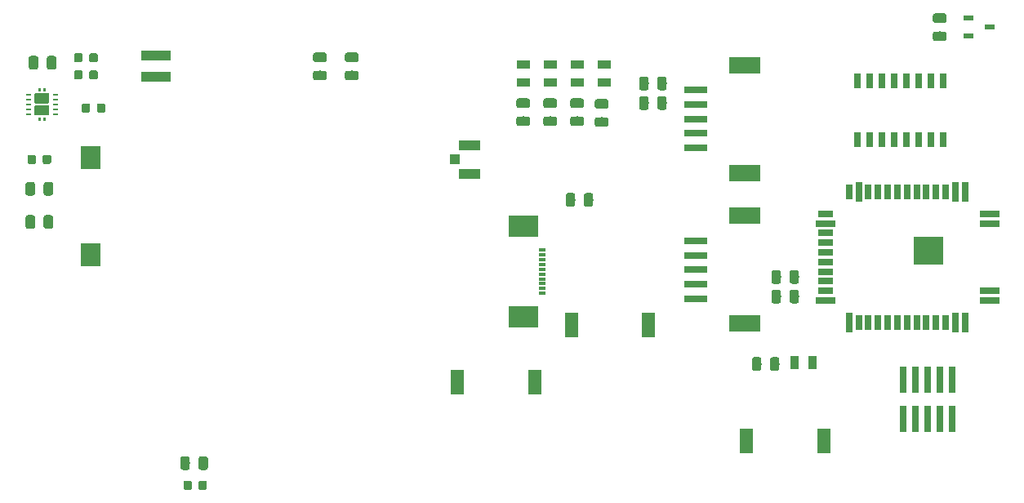
<source format=gtp>
G04 #@! TF.GenerationSoftware,KiCad,Pcbnew,(5.1.4)-1*
G04 #@! TF.CreationDate,2021-04-13T15:40:11+02:00*
G04 #@! TF.ProjectId,cSLIM-shield,63534c49-4d2d-4736-9869-656c642e6b69,rev?*
G04 #@! TF.SameCoordinates,Original*
G04 #@! TF.FileFunction,Paste,Top*
G04 #@! TF.FilePolarity,Positive*
%FSLAX46Y46*%
G04 Gerber Fmt 4.6, Leading zero omitted, Abs format (unit mm)*
G04 Created by KiCad (PCBNEW (5.1.4)-1) date 2021-04-13 15:40:11*
%MOMM*%
%LPD*%
G04 APERTURE LIST*
%ADD10C,0.250000*%
%ADD11C,0.875000*%
%ADD12R,0.700000X2.000000*%
%ADD13R,0.700000X1.500000*%
%ADD14R,1.500000X0.700000*%
%ADD15R,2.000000X0.700000*%
%ADD16R,3.030000X3.000000*%
%ADD17R,1.050000X1.000000*%
%ADD18R,2.200000X1.050000*%
%ADD19R,0.740000X2.795000*%
%ADD20R,2.400000X0.800000*%
%ADD21R,3.300000X1.800000*%
%ADD22R,3.050000X1.140000*%
%ADD23R,1.450000X0.950000*%
%ADD24R,1.400000X0.900000*%
%ADD25C,0.975000*%
%ADD26R,0.750000X1.600000*%
%ADD27R,1.400000X2.500000*%
%ADD28C,1.060000*%
%ADD29C,0.250000*%
%ADD30R,0.600000X0.240000*%
%ADD31R,1.050000X0.600000*%
%ADD32R,0.900000X1.400000*%
%ADD33R,2.000000X2.400000*%
%ADD34R,0.800000X0.300000*%
%ADD35R,3.050000X2.200000*%
G04 APERTURE END LIST*
D10*
G36*
X129018691Y-124621053D02*
G01*
X129039926Y-124624203D01*
X129060750Y-124629419D01*
X129080962Y-124636651D01*
X129100368Y-124645830D01*
X129118781Y-124656866D01*
X129136024Y-124669654D01*
X129151930Y-124684070D01*
X129166346Y-124699976D01*
X129179134Y-124717219D01*
X129190170Y-124735632D01*
X129199349Y-124755038D01*
X129206581Y-124775250D01*
X129211797Y-124796074D01*
X129214947Y-124817309D01*
X129216000Y-124838750D01*
X129216000Y-125351250D01*
X129214947Y-125372691D01*
X129211797Y-125393926D01*
X129206581Y-125414750D01*
X129199349Y-125434962D01*
X129190170Y-125454368D01*
X129179134Y-125472781D01*
X129166346Y-125490024D01*
X129151930Y-125505930D01*
X129136024Y-125520346D01*
X129118781Y-125533134D01*
X129100368Y-125544170D01*
X129080962Y-125553349D01*
X129060750Y-125560581D01*
X129039926Y-125565797D01*
X129018691Y-125568947D01*
X128997250Y-125570000D01*
X128559750Y-125570000D01*
X128538309Y-125568947D01*
X128517074Y-125565797D01*
X128496250Y-125560581D01*
X128476038Y-125553349D01*
X128456632Y-125544170D01*
X128438219Y-125533134D01*
X128420976Y-125520346D01*
X128405070Y-125505930D01*
X128390654Y-125490024D01*
X128377866Y-125472781D01*
X128366830Y-125454368D01*
X128357651Y-125434962D01*
X128350419Y-125414750D01*
X128345203Y-125393926D01*
X128342053Y-125372691D01*
X128341000Y-125351250D01*
X128341000Y-124838750D01*
X128342053Y-124817309D01*
X128345203Y-124796074D01*
X128350419Y-124775250D01*
X128357651Y-124755038D01*
X128366830Y-124735632D01*
X128377866Y-124717219D01*
X128390654Y-124699976D01*
X128405070Y-124684070D01*
X128420976Y-124669654D01*
X128438219Y-124656866D01*
X128456632Y-124645830D01*
X128476038Y-124636651D01*
X128496250Y-124629419D01*
X128517074Y-124624203D01*
X128538309Y-124621053D01*
X128559750Y-124620000D01*
X128997250Y-124620000D01*
X129018691Y-124621053D01*
X129018691Y-124621053D01*
G37*
D11*
X128778500Y-125095000D03*
D10*
G36*
X130593691Y-124621053D02*
G01*
X130614926Y-124624203D01*
X130635750Y-124629419D01*
X130655962Y-124636651D01*
X130675368Y-124645830D01*
X130693781Y-124656866D01*
X130711024Y-124669654D01*
X130726930Y-124684070D01*
X130741346Y-124699976D01*
X130754134Y-124717219D01*
X130765170Y-124735632D01*
X130774349Y-124755038D01*
X130781581Y-124775250D01*
X130786797Y-124796074D01*
X130789947Y-124817309D01*
X130791000Y-124838750D01*
X130791000Y-125351250D01*
X130789947Y-125372691D01*
X130786797Y-125393926D01*
X130781581Y-125414750D01*
X130774349Y-125434962D01*
X130765170Y-125454368D01*
X130754134Y-125472781D01*
X130741346Y-125490024D01*
X130726930Y-125505930D01*
X130711024Y-125520346D01*
X130693781Y-125533134D01*
X130675368Y-125544170D01*
X130655962Y-125553349D01*
X130635750Y-125560581D01*
X130614926Y-125565797D01*
X130593691Y-125568947D01*
X130572250Y-125570000D01*
X130134750Y-125570000D01*
X130113309Y-125568947D01*
X130092074Y-125565797D01*
X130071250Y-125560581D01*
X130051038Y-125553349D01*
X130031632Y-125544170D01*
X130013219Y-125533134D01*
X129995976Y-125520346D01*
X129980070Y-125505930D01*
X129965654Y-125490024D01*
X129952866Y-125472781D01*
X129941830Y-125454368D01*
X129932651Y-125434962D01*
X129925419Y-125414750D01*
X129920203Y-125393926D01*
X129917053Y-125372691D01*
X129916000Y-125351250D01*
X129916000Y-124838750D01*
X129917053Y-124817309D01*
X129920203Y-124796074D01*
X129925419Y-124775250D01*
X129932651Y-124755038D01*
X129941830Y-124735632D01*
X129952866Y-124717219D01*
X129965654Y-124699976D01*
X129980070Y-124684070D01*
X129995976Y-124669654D01*
X130013219Y-124656866D01*
X130031632Y-124645830D01*
X130051038Y-124636651D01*
X130071250Y-124629419D01*
X130092074Y-124624203D01*
X130113309Y-124621053D01*
X130134750Y-124620000D01*
X130572250Y-124620000D01*
X130593691Y-124621053D01*
X130593691Y-124621053D01*
G37*
D11*
X130353500Y-125095000D03*
D10*
G36*
X119264691Y-80298053D02*
G01*
X119285926Y-80301203D01*
X119306750Y-80306419D01*
X119326962Y-80313651D01*
X119346368Y-80322830D01*
X119364781Y-80333866D01*
X119382024Y-80346654D01*
X119397930Y-80361070D01*
X119412346Y-80376976D01*
X119425134Y-80394219D01*
X119436170Y-80412632D01*
X119445349Y-80432038D01*
X119452581Y-80452250D01*
X119457797Y-80473074D01*
X119460947Y-80494309D01*
X119462000Y-80515750D01*
X119462000Y-81028250D01*
X119460947Y-81049691D01*
X119457797Y-81070926D01*
X119452581Y-81091750D01*
X119445349Y-81111962D01*
X119436170Y-81131368D01*
X119425134Y-81149781D01*
X119412346Y-81167024D01*
X119397930Y-81182930D01*
X119382024Y-81197346D01*
X119364781Y-81210134D01*
X119346368Y-81221170D01*
X119326962Y-81230349D01*
X119306750Y-81237581D01*
X119285926Y-81242797D01*
X119264691Y-81245947D01*
X119243250Y-81247000D01*
X118805750Y-81247000D01*
X118784309Y-81245947D01*
X118763074Y-81242797D01*
X118742250Y-81237581D01*
X118722038Y-81230349D01*
X118702632Y-81221170D01*
X118684219Y-81210134D01*
X118666976Y-81197346D01*
X118651070Y-81182930D01*
X118636654Y-81167024D01*
X118623866Y-81149781D01*
X118612830Y-81131368D01*
X118603651Y-81111962D01*
X118596419Y-81091750D01*
X118591203Y-81070926D01*
X118588053Y-81049691D01*
X118587000Y-81028250D01*
X118587000Y-80515750D01*
X118588053Y-80494309D01*
X118591203Y-80473074D01*
X118596419Y-80452250D01*
X118603651Y-80432038D01*
X118612830Y-80412632D01*
X118623866Y-80394219D01*
X118636654Y-80376976D01*
X118651070Y-80361070D01*
X118666976Y-80346654D01*
X118684219Y-80333866D01*
X118702632Y-80322830D01*
X118722038Y-80313651D01*
X118742250Y-80306419D01*
X118763074Y-80301203D01*
X118784309Y-80298053D01*
X118805750Y-80297000D01*
X119243250Y-80297000D01*
X119264691Y-80298053D01*
X119264691Y-80298053D01*
G37*
D11*
X119024500Y-80772000D03*
D10*
G36*
X117689691Y-80298053D02*
G01*
X117710926Y-80301203D01*
X117731750Y-80306419D01*
X117751962Y-80313651D01*
X117771368Y-80322830D01*
X117789781Y-80333866D01*
X117807024Y-80346654D01*
X117822930Y-80361070D01*
X117837346Y-80376976D01*
X117850134Y-80394219D01*
X117861170Y-80412632D01*
X117870349Y-80432038D01*
X117877581Y-80452250D01*
X117882797Y-80473074D01*
X117885947Y-80494309D01*
X117887000Y-80515750D01*
X117887000Y-81028250D01*
X117885947Y-81049691D01*
X117882797Y-81070926D01*
X117877581Y-81091750D01*
X117870349Y-81111962D01*
X117861170Y-81131368D01*
X117850134Y-81149781D01*
X117837346Y-81167024D01*
X117822930Y-81182930D01*
X117807024Y-81197346D01*
X117789781Y-81210134D01*
X117771368Y-81221170D01*
X117751962Y-81230349D01*
X117731750Y-81237581D01*
X117710926Y-81242797D01*
X117689691Y-81245947D01*
X117668250Y-81247000D01*
X117230750Y-81247000D01*
X117209309Y-81245947D01*
X117188074Y-81242797D01*
X117167250Y-81237581D01*
X117147038Y-81230349D01*
X117127632Y-81221170D01*
X117109219Y-81210134D01*
X117091976Y-81197346D01*
X117076070Y-81182930D01*
X117061654Y-81167024D01*
X117048866Y-81149781D01*
X117037830Y-81131368D01*
X117028651Y-81111962D01*
X117021419Y-81091750D01*
X117016203Y-81070926D01*
X117013053Y-81049691D01*
X117012000Y-81028250D01*
X117012000Y-80515750D01*
X117013053Y-80494309D01*
X117016203Y-80473074D01*
X117021419Y-80452250D01*
X117028651Y-80432038D01*
X117037830Y-80412632D01*
X117048866Y-80394219D01*
X117061654Y-80376976D01*
X117076070Y-80361070D01*
X117091976Y-80346654D01*
X117109219Y-80333866D01*
X117127632Y-80322830D01*
X117147038Y-80313651D01*
X117167250Y-80306419D01*
X117188074Y-80301203D01*
X117209309Y-80298053D01*
X117230750Y-80297000D01*
X117668250Y-80297000D01*
X117689691Y-80298053D01*
X117689691Y-80298053D01*
G37*
D11*
X117449500Y-80772000D03*
D10*
G36*
X117689691Y-82076053D02*
G01*
X117710926Y-82079203D01*
X117731750Y-82084419D01*
X117751962Y-82091651D01*
X117771368Y-82100830D01*
X117789781Y-82111866D01*
X117807024Y-82124654D01*
X117822930Y-82139070D01*
X117837346Y-82154976D01*
X117850134Y-82172219D01*
X117861170Y-82190632D01*
X117870349Y-82210038D01*
X117877581Y-82230250D01*
X117882797Y-82251074D01*
X117885947Y-82272309D01*
X117887000Y-82293750D01*
X117887000Y-82806250D01*
X117885947Y-82827691D01*
X117882797Y-82848926D01*
X117877581Y-82869750D01*
X117870349Y-82889962D01*
X117861170Y-82909368D01*
X117850134Y-82927781D01*
X117837346Y-82945024D01*
X117822930Y-82960930D01*
X117807024Y-82975346D01*
X117789781Y-82988134D01*
X117771368Y-82999170D01*
X117751962Y-83008349D01*
X117731750Y-83015581D01*
X117710926Y-83020797D01*
X117689691Y-83023947D01*
X117668250Y-83025000D01*
X117230750Y-83025000D01*
X117209309Y-83023947D01*
X117188074Y-83020797D01*
X117167250Y-83015581D01*
X117147038Y-83008349D01*
X117127632Y-82999170D01*
X117109219Y-82988134D01*
X117091976Y-82975346D01*
X117076070Y-82960930D01*
X117061654Y-82945024D01*
X117048866Y-82927781D01*
X117037830Y-82909368D01*
X117028651Y-82889962D01*
X117021419Y-82869750D01*
X117016203Y-82848926D01*
X117013053Y-82827691D01*
X117012000Y-82806250D01*
X117012000Y-82293750D01*
X117013053Y-82272309D01*
X117016203Y-82251074D01*
X117021419Y-82230250D01*
X117028651Y-82210038D01*
X117037830Y-82190632D01*
X117048866Y-82172219D01*
X117061654Y-82154976D01*
X117076070Y-82139070D01*
X117091976Y-82124654D01*
X117109219Y-82111866D01*
X117127632Y-82100830D01*
X117147038Y-82091651D01*
X117167250Y-82084419D01*
X117188074Y-82079203D01*
X117209309Y-82076053D01*
X117230750Y-82075000D01*
X117668250Y-82075000D01*
X117689691Y-82076053D01*
X117689691Y-82076053D01*
G37*
D11*
X117449500Y-82550000D03*
D10*
G36*
X119264691Y-82076053D02*
G01*
X119285926Y-82079203D01*
X119306750Y-82084419D01*
X119326962Y-82091651D01*
X119346368Y-82100830D01*
X119364781Y-82111866D01*
X119382024Y-82124654D01*
X119397930Y-82139070D01*
X119412346Y-82154976D01*
X119425134Y-82172219D01*
X119436170Y-82190632D01*
X119445349Y-82210038D01*
X119452581Y-82230250D01*
X119457797Y-82251074D01*
X119460947Y-82272309D01*
X119462000Y-82293750D01*
X119462000Y-82806250D01*
X119460947Y-82827691D01*
X119457797Y-82848926D01*
X119452581Y-82869750D01*
X119445349Y-82889962D01*
X119436170Y-82909368D01*
X119425134Y-82927781D01*
X119412346Y-82945024D01*
X119397930Y-82960930D01*
X119382024Y-82975346D01*
X119364781Y-82988134D01*
X119346368Y-82999170D01*
X119326962Y-83008349D01*
X119306750Y-83015581D01*
X119285926Y-83020797D01*
X119264691Y-83023947D01*
X119243250Y-83025000D01*
X118805750Y-83025000D01*
X118784309Y-83023947D01*
X118763074Y-83020797D01*
X118742250Y-83015581D01*
X118722038Y-83008349D01*
X118702632Y-82999170D01*
X118684219Y-82988134D01*
X118666976Y-82975346D01*
X118651070Y-82960930D01*
X118636654Y-82945024D01*
X118623866Y-82927781D01*
X118612830Y-82909368D01*
X118603651Y-82889962D01*
X118596419Y-82869750D01*
X118591203Y-82848926D01*
X118588053Y-82827691D01*
X118587000Y-82806250D01*
X118587000Y-82293750D01*
X118588053Y-82272309D01*
X118591203Y-82251074D01*
X118596419Y-82230250D01*
X118603651Y-82210038D01*
X118612830Y-82190632D01*
X118623866Y-82172219D01*
X118636654Y-82154976D01*
X118651070Y-82139070D01*
X118666976Y-82124654D01*
X118684219Y-82111866D01*
X118702632Y-82100830D01*
X118722038Y-82091651D01*
X118742250Y-82084419D01*
X118763074Y-82079203D01*
X118784309Y-82076053D01*
X118805750Y-82075000D01*
X119243250Y-82075000D01*
X119264691Y-82076053D01*
X119264691Y-82076053D01*
G37*
D11*
X119024500Y-82550000D03*
D10*
G36*
X118477691Y-85505053D02*
G01*
X118498926Y-85508203D01*
X118519750Y-85513419D01*
X118539962Y-85520651D01*
X118559368Y-85529830D01*
X118577781Y-85540866D01*
X118595024Y-85553654D01*
X118610930Y-85568070D01*
X118625346Y-85583976D01*
X118638134Y-85601219D01*
X118649170Y-85619632D01*
X118658349Y-85639038D01*
X118665581Y-85659250D01*
X118670797Y-85680074D01*
X118673947Y-85701309D01*
X118675000Y-85722750D01*
X118675000Y-86235250D01*
X118673947Y-86256691D01*
X118670797Y-86277926D01*
X118665581Y-86298750D01*
X118658349Y-86318962D01*
X118649170Y-86338368D01*
X118638134Y-86356781D01*
X118625346Y-86374024D01*
X118610930Y-86389930D01*
X118595024Y-86404346D01*
X118577781Y-86417134D01*
X118559368Y-86428170D01*
X118539962Y-86437349D01*
X118519750Y-86444581D01*
X118498926Y-86449797D01*
X118477691Y-86452947D01*
X118456250Y-86454000D01*
X118018750Y-86454000D01*
X117997309Y-86452947D01*
X117976074Y-86449797D01*
X117955250Y-86444581D01*
X117935038Y-86437349D01*
X117915632Y-86428170D01*
X117897219Y-86417134D01*
X117879976Y-86404346D01*
X117864070Y-86389930D01*
X117849654Y-86374024D01*
X117836866Y-86356781D01*
X117825830Y-86338368D01*
X117816651Y-86318962D01*
X117809419Y-86298750D01*
X117804203Y-86277926D01*
X117801053Y-86256691D01*
X117800000Y-86235250D01*
X117800000Y-85722750D01*
X117801053Y-85701309D01*
X117804203Y-85680074D01*
X117809419Y-85659250D01*
X117816651Y-85639038D01*
X117825830Y-85619632D01*
X117836866Y-85601219D01*
X117849654Y-85583976D01*
X117864070Y-85568070D01*
X117879976Y-85553654D01*
X117897219Y-85540866D01*
X117915632Y-85529830D01*
X117935038Y-85520651D01*
X117955250Y-85513419D01*
X117976074Y-85508203D01*
X117997309Y-85505053D01*
X118018750Y-85504000D01*
X118456250Y-85504000D01*
X118477691Y-85505053D01*
X118477691Y-85505053D01*
G37*
D11*
X118237500Y-85979000D03*
D10*
G36*
X120052691Y-85505053D02*
G01*
X120073926Y-85508203D01*
X120094750Y-85513419D01*
X120114962Y-85520651D01*
X120134368Y-85529830D01*
X120152781Y-85540866D01*
X120170024Y-85553654D01*
X120185930Y-85568070D01*
X120200346Y-85583976D01*
X120213134Y-85601219D01*
X120224170Y-85619632D01*
X120233349Y-85639038D01*
X120240581Y-85659250D01*
X120245797Y-85680074D01*
X120248947Y-85701309D01*
X120250000Y-85722750D01*
X120250000Y-86235250D01*
X120248947Y-86256691D01*
X120245797Y-86277926D01*
X120240581Y-86298750D01*
X120233349Y-86318962D01*
X120224170Y-86338368D01*
X120213134Y-86356781D01*
X120200346Y-86374024D01*
X120185930Y-86389930D01*
X120170024Y-86404346D01*
X120152781Y-86417134D01*
X120134368Y-86428170D01*
X120114962Y-86437349D01*
X120094750Y-86444581D01*
X120073926Y-86449797D01*
X120052691Y-86452947D01*
X120031250Y-86454000D01*
X119593750Y-86454000D01*
X119572309Y-86452947D01*
X119551074Y-86449797D01*
X119530250Y-86444581D01*
X119510038Y-86437349D01*
X119490632Y-86428170D01*
X119472219Y-86417134D01*
X119454976Y-86404346D01*
X119439070Y-86389930D01*
X119424654Y-86374024D01*
X119411866Y-86356781D01*
X119400830Y-86338368D01*
X119391651Y-86318962D01*
X119384419Y-86298750D01*
X119379203Y-86277926D01*
X119376053Y-86256691D01*
X119375000Y-86235250D01*
X119375000Y-85722750D01*
X119376053Y-85701309D01*
X119379203Y-85680074D01*
X119384419Y-85659250D01*
X119391651Y-85639038D01*
X119400830Y-85619632D01*
X119411866Y-85601219D01*
X119424654Y-85583976D01*
X119439070Y-85568070D01*
X119454976Y-85553654D01*
X119472219Y-85540866D01*
X119490632Y-85529830D01*
X119510038Y-85520651D01*
X119530250Y-85513419D01*
X119551074Y-85508203D01*
X119572309Y-85505053D01*
X119593750Y-85504000D01*
X120031250Y-85504000D01*
X120052691Y-85505053D01*
X120052691Y-85505053D01*
G37*
D11*
X119812500Y-85979000D03*
D12*
X209374000Y-94690000D03*
X208374000Y-94690000D03*
D13*
X207374000Y-94690000D03*
X206374000Y-94690000D03*
X205374000Y-94690000D03*
X204374000Y-94690000D03*
X203374000Y-94690000D03*
X202374000Y-94690000D03*
X201374000Y-94690000D03*
X200374000Y-94690000D03*
X199374000Y-94690000D03*
D12*
X198374000Y-94690000D03*
D13*
X197374000Y-94690000D03*
D14*
X194954000Y-96940000D03*
D15*
X194954000Y-97940000D03*
D14*
X194954000Y-98940000D03*
X194954000Y-99940000D03*
X194954000Y-100940000D03*
X194954000Y-101940000D03*
X194954000Y-102940000D03*
X194954000Y-103940000D03*
X194954000Y-104940000D03*
D15*
X194954000Y-105940000D03*
D12*
X197374000Y-108190000D03*
D13*
X198374000Y-108190000D03*
X199374000Y-108190000D03*
X200374000Y-108190000D03*
X201374000Y-108190000D03*
X202374000Y-108190000D03*
X203374000Y-108190000D03*
X204374000Y-108190000D03*
X205374000Y-108190000D03*
X206374000Y-108190000D03*
X207374000Y-108190000D03*
D12*
X208374000Y-108190000D03*
X209374000Y-108190000D03*
D15*
X211954000Y-105940000D03*
X211954000Y-104940000D03*
X211954000Y-97940000D03*
X211954000Y-96940000D03*
D16*
X205624000Y-100740000D03*
D17*
X156464000Y-91313000D03*
D18*
X157989000Y-89838000D03*
X157989000Y-92788000D03*
D19*
X202946000Y-118237500D03*
X202946000Y-114172500D03*
X204216000Y-118237500D03*
X204216000Y-114172500D03*
X205486000Y-118237500D03*
X205486000Y-114172500D03*
X206756000Y-118237500D03*
X206756000Y-114172500D03*
X208026000Y-118237500D03*
X208026000Y-114172500D03*
D20*
X181458000Y-99743000D03*
X181458000Y-101243000D03*
X181458000Y-102743000D03*
X181458000Y-104243000D03*
X181458000Y-105743000D03*
D21*
X186508000Y-97143000D03*
X186508000Y-108343000D03*
D22*
X125476000Y-80581000D03*
X125476000Y-82741000D03*
D23*
X171958000Y-81473000D03*
X171958000Y-83373000D03*
D24*
X169164000Y-81473000D03*
X169164000Y-83373000D03*
X166370000Y-83373000D03*
X166370000Y-81473000D03*
X163576000Y-81473000D03*
X163576000Y-83373000D03*
D10*
G36*
X190084142Y-104838174D02*
G01*
X190107803Y-104841684D01*
X190131007Y-104847496D01*
X190153529Y-104855554D01*
X190175153Y-104865782D01*
X190195670Y-104878079D01*
X190214883Y-104892329D01*
X190232607Y-104908393D01*
X190248671Y-104926117D01*
X190262921Y-104945330D01*
X190275218Y-104965847D01*
X190285446Y-104987471D01*
X190293504Y-105009993D01*
X190299316Y-105033197D01*
X190302826Y-105056858D01*
X190304000Y-105080750D01*
X190304000Y-105993250D01*
X190302826Y-106017142D01*
X190299316Y-106040803D01*
X190293504Y-106064007D01*
X190285446Y-106086529D01*
X190275218Y-106108153D01*
X190262921Y-106128670D01*
X190248671Y-106147883D01*
X190232607Y-106165607D01*
X190214883Y-106181671D01*
X190195670Y-106195921D01*
X190175153Y-106208218D01*
X190153529Y-106218446D01*
X190131007Y-106226504D01*
X190107803Y-106232316D01*
X190084142Y-106235826D01*
X190060250Y-106237000D01*
X189572750Y-106237000D01*
X189548858Y-106235826D01*
X189525197Y-106232316D01*
X189501993Y-106226504D01*
X189479471Y-106218446D01*
X189457847Y-106208218D01*
X189437330Y-106195921D01*
X189418117Y-106181671D01*
X189400393Y-106165607D01*
X189384329Y-106147883D01*
X189370079Y-106128670D01*
X189357782Y-106108153D01*
X189347554Y-106086529D01*
X189339496Y-106064007D01*
X189333684Y-106040803D01*
X189330174Y-106017142D01*
X189329000Y-105993250D01*
X189329000Y-105080750D01*
X189330174Y-105056858D01*
X189333684Y-105033197D01*
X189339496Y-105009993D01*
X189347554Y-104987471D01*
X189357782Y-104965847D01*
X189370079Y-104945330D01*
X189384329Y-104926117D01*
X189400393Y-104908393D01*
X189418117Y-104892329D01*
X189437330Y-104878079D01*
X189457847Y-104865782D01*
X189479471Y-104855554D01*
X189501993Y-104847496D01*
X189525197Y-104841684D01*
X189548858Y-104838174D01*
X189572750Y-104837000D01*
X190060250Y-104837000D01*
X190084142Y-104838174D01*
X190084142Y-104838174D01*
G37*
D25*
X189816500Y-105537000D03*
D10*
G36*
X191959142Y-104838174D02*
G01*
X191982803Y-104841684D01*
X192006007Y-104847496D01*
X192028529Y-104855554D01*
X192050153Y-104865782D01*
X192070670Y-104878079D01*
X192089883Y-104892329D01*
X192107607Y-104908393D01*
X192123671Y-104926117D01*
X192137921Y-104945330D01*
X192150218Y-104965847D01*
X192160446Y-104987471D01*
X192168504Y-105009993D01*
X192174316Y-105033197D01*
X192177826Y-105056858D01*
X192179000Y-105080750D01*
X192179000Y-105993250D01*
X192177826Y-106017142D01*
X192174316Y-106040803D01*
X192168504Y-106064007D01*
X192160446Y-106086529D01*
X192150218Y-106108153D01*
X192137921Y-106128670D01*
X192123671Y-106147883D01*
X192107607Y-106165607D01*
X192089883Y-106181671D01*
X192070670Y-106195921D01*
X192050153Y-106208218D01*
X192028529Y-106218446D01*
X192006007Y-106226504D01*
X191982803Y-106232316D01*
X191959142Y-106235826D01*
X191935250Y-106237000D01*
X191447750Y-106237000D01*
X191423858Y-106235826D01*
X191400197Y-106232316D01*
X191376993Y-106226504D01*
X191354471Y-106218446D01*
X191332847Y-106208218D01*
X191312330Y-106195921D01*
X191293117Y-106181671D01*
X191275393Y-106165607D01*
X191259329Y-106147883D01*
X191245079Y-106128670D01*
X191232782Y-106108153D01*
X191222554Y-106086529D01*
X191214496Y-106064007D01*
X191208684Y-106040803D01*
X191205174Y-106017142D01*
X191204000Y-105993250D01*
X191204000Y-105080750D01*
X191205174Y-105056858D01*
X191208684Y-105033197D01*
X191214496Y-105009993D01*
X191222554Y-104987471D01*
X191232782Y-104965847D01*
X191245079Y-104945330D01*
X191259329Y-104926117D01*
X191275393Y-104908393D01*
X191293117Y-104892329D01*
X191312330Y-104878079D01*
X191332847Y-104865782D01*
X191354471Y-104855554D01*
X191376993Y-104847496D01*
X191400197Y-104841684D01*
X191423858Y-104838174D01*
X191447750Y-104837000D01*
X191935250Y-104837000D01*
X191959142Y-104838174D01*
X191959142Y-104838174D01*
G37*
D25*
X191691500Y-105537000D03*
D10*
G36*
X190084142Y-102806174D02*
G01*
X190107803Y-102809684D01*
X190131007Y-102815496D01*
X190153529Y-102823554D01*
X190175153Y-102833782D01*
X190195670Y-102846079D01*
X190214883Y-102860329D01*
X190232607Y-102876393D01*
X190248671Y-102894117D01*
X190262921Y-102913330D01*
X190275218Y-102933847D01*
X190285446Y-102955471D01*
X190293504Y-102977993D01*
X190299316Y-103001197D01*
X190302826Y-103024858D01*
X190304000Y-103048750D01*
X190304000Y-103961250D01*
X190302826Y-103985142D01*
X190299316Y-104008803D01*
X190293504Y-104032007D01*
X190285446Y-104054529D01*
X190275218Y-104076153D01*
X190262921Y-104096670D01*
X190248671Y-104115883D01*
X190232607Y-104133607D01*
X190214883Y-104149671D01*
X190195670Y-104163921D01*
X190175153Y-104176218D01*
X190153529Y-104186446D01*
X190131007Y-104194504D01*
X190107803Y-104200316D01*
X190084142Y-104203826D01*
X190060250Y-104205000D01*
X189572750Y-104205000D01*
X189548858Y-104203826D01*
X189525197Y-104200316D01*
X189501993Y-104194504D01*
X189479471Y-104186446D01*
X189457847Y-104176218D01*
X189437330Y-104163921D01*
X189418117Y-104149671D01*
X189400393Y-104133607D01*
X189384329Y-104115883D01*
X189370079Y-104096670D01*
X189357782Y-104076153D01*
X189347554Y-104054529D01*
X189339496Y-104032007D01*
X189333684Y-104008803D01*
X189330174Y-103985142D01*
X189329000Y-103961250D01*
X189329000Y-103048750D01*
X189330174Y-103024858D01*
X189333684Y-103001197D01*
X189339496Y-102977993D01*
X189347554Y-102955471D01*
X189357782Y-102933847D01*
X189370079Y-102913330D01*
X189384329Y-102894117D01*
X189400393Y-102876393D01*
X189418117Y-102860329D01*
X189437330Y-102846079D01*
X189457847Y-102833782D01*
X189479471Y-102823554D01*
X189501993Y-102815496D01*
X189525197Y-102809684D01*
X189548858Y-102806174D01*
X189572750Y-102805000D01*
X190060250Y-102805000D01*
X190084142Y-102806174D01*
X190084142Y-102806174D01*
G37*
D25*
X189816500Y-103505000D03*
D10*
G36*
X191959142Y-102806174D02*
G01*
X191982803Y-102809684D01*
X192006007Y-102815496D01*
X192028529Y-102823554D01*
X192050153Y-102833782D01*
X192070670Y-102846079D01*
X192089883Y-102860329D01*
X192107607Y-102876393D01*
X192123671Y-102894117D01*
X192137921Y-102913330D01*
X192150218Y-102933847D01*
X192160446Y-102955471D01*
X192168504Y-102977993D01*
X192174316Y-103001197D01*
X192177826Y-103024858D01*
X192179000Y-103048750D01*
X192179000Y-103961250D01*
X192177826Y-103985142D01*
X192174316Y-104008803D01*
X192168504Y-104032007D01*
X192160446Y-104054529D01*
X192150218Y-104076153D01*
X192137921Y-104096670D01*
X192123671Y-104115883D01*
X192107607Y-104133607D01*
X192089883Y-104149671D01*
X192070670Y-104163921D01*
X192050153Y-104176218D01*
X192028529Y-104186446D01*
X192006007Y-104194504D01*
X191982803Y-104200316D01*
X191959142Y-104203826D01*
X191935250Y-104205000D01*
X191447750Y-104205000D01*
X191423858Y-104203826D01*
X191400197Y-104200316D01*
X191376993Y-104194504D01*
X191354471Y-104186446D01*
X191332847Y-104176218D01*
X191312330Y-104163921D01*
X191293117Y-104149671D01*
X191275393Y-104133607D01*
X191259329Y-104115883D01*
X191245079Y-104096670D01*
X191232782Y-104076153D01*
X191222554Y-104054529D01*
X191214496Y-104032007D01*
X191208684Y-104008803D01*
X191205174Y-103985142D01*
X191204000Y-103961250D01*
X191204000Y-103048750D01*
X191205174Y-103024858D01*
X191208684Y-103001197D01*
X191214496Y-102977993D01*
X191222554Y-102955471D01*
X191232782Y-102933847D01*
X191245079Y-102913330D01*
X191259329Y-102894117D01*
X191275393Y-102876393D01*
X191293117Y-102860329D01*
X191312330Y-102846079D01*
X191332847Y-102833782D01*
X191354471Y-102823554D01*
X191376993Y-102815496D01*
X191400197Y-102809684D01*
X191423858Y-102806174D01*
X191447750Y-102805000D01*
X191935250Y-102805000D01*
X191959142Y-102806174D01*
X191959142Y-102806174D01*
G37*
D25*
X191691500Y-103505000D03*
D10*
G36*
X172184142Y-85063174D02*
G01*
X172207803Y-85066684D01*
X172231007Y-85072496D01*
X172253529Y-85080554D01*
X172275153Y-85090782D01*
X172295670Y-85103079D01*
X172314883Y-85117329D01*
X172332607Y-85133393D01*
X172348671Y-85151117D01*
X172362921Y-85170330D01*
X172375218Y-85190847D01*
X172385446Y-85212471D01*
X172393504Y-85234993D01*
X172399316Y-85258197D01*
X172402826Y-85281858D01*
X172404000Y-85305750D01*
X172404000Y-85793250D01*
X172402826Y-85817142D01*
X172399316Y-85840803D01*
X172393504Y-85864007D01*
X172385446Y-85886529D01*
X172375218Y-85908153D01*
X172362921Y-85928670D01*
X172348671Y-85947883D01*
X172332607Y-85965607D01*
X172314883Y-85981671D01*
X172295670Y-85995921D01*
X172275153Y-86008218D01*
X172253529Y-86018446D01*
X172231007Y-86026504D01*
X172207803Y-86032316D01*
X172184142Y-86035826D01*
X172160250Y-86037000D01*
X171247750Y-86037000D01*
X171223858Y-86035826D01*
X171200197Y-86032316D01*
X171176993Y-86026504D01*
X171154471Y-86018446D01*
X171132847Y-86008218D01*
X171112330Y-85995921D01*
X171093117Y-85981671D01*
X171075393Y-85965607D01*
X171059329Y-85947883D01*
X171045079Y-85928670D01*
X171032782Y-85908153D01*
X171022554Y-85886529D01*
X171014496Y-85864007D01*
X171008684Y-85840803D01*
X171005174Y-85817142D01*
X171004000Y-85793250D01*
X171004000Y-85305750D01*
X171005174Y-85281858D01*
X171008684Y-85258197D01*
X171014496Y-85234993D01*
X171022554Y-85212471D01*
X171032782Y-85190847D01*
X171045079Y-85170330D01*
X171059329Y-85151117D01*
X171075393Y-85133393D01*
X171093117Y-85117329D01*
X171112330Y-85103079D01*
X171132847Y-85090782D01*
X171154471Y-85080554D01*
X171176993Y-85072496D01*
X171200197Y-85066684D01*
X171223858Y-85063174D01*
X171247750Y-85062000D01*
X172160250Y-85062000D01*
X172184142Y-85063174D01*
X172184142Y-85063174D01*
G37*
D25*
X171704000Y-85549500D03*
D10*
G36*
X172184142Y-86938174D02*
G01*
X172207803Y-86941684D01*
X172231007Y-86947496D01*
X172253529Y-86955554D01*
X172275153Y-86965782D01*
X172295670Y-86978079D01*
X172314883Y-86992329D01*
X172332607Y-87008393D01*
X172348671Y-87026117D01*
X172362921Y-87045330D01*
X172375218Y-87065847D01*
X172385446Y-87087471D01*
X172393504Y-87109993D01*
X172399316Y-87133197D01*
X172402826Y-87156858D01*
X172404000Y-87180750D01*
X172404000Y-87668250D01*
X172402826Y-87692142D01*
X172399316Y-87715803D01*
X172393504Y-87739007D01*
X172385446Y-87761529D01*
X172375218Y-87783153D01*
X172362921Y-87803670D01*
X172348671Y-87822883D01*
X172332607Y-87840607D01*
X172314883Y-87856671D01*
X172295670Y-87870921D01*
X172275153Y-87883218D01*
X172253529Y-87893446D01*
X172231007Y-87901504D01*
X172207803Y-87907316D01*
X172184142Y-87910826D01*
X172160250Y-87912000D01*
X171247750Y-87912000D01*
X171223858Y-87910826D01*
X171200197Y-87907316D01*
X171176993Y-87901504D01*
X171154471Y-87893446D01*
X171132847Y-87883218D01*
X171112330Y-87870921D01*
X171093117Y-87856671D01*
X171075393Y-87840607D01*
X171059329Y-87822883D01*
X171045079Y-87803670D01*
X171032782Y-87783153D01*
X171022554Y-87761529D01*
X171014496Y-87739007D01*
X171008684Y-87715803D01*
X171005174Y-87692142D01*
X171004000Y-87668250D01*
X171004000Y-87180750D01*
X171005174Y-87156858D01*
X171008684Y-87133197D01*
X171014496Y-87109993D01*
X171022554Y-87087471D01*
X171032782Y-87065847D01*
X171045079Y-87045330D01*
X171059329Y-87026117D01*
X171075393Y-87008393D01*
X171093117Y-86992329D01*
X171112330Y-86978079D01*
X171132847Y-86965782D01*
X171154471Y-86955554D01*
X171176993Y-86947496D01*
X171200197Y-86941684D01*
X171223858Y-86938174D01*
X171247750Y-86937000D01*
X172160250Y-86937000D01*
X172184142Y-86938174D01*
X172184142Y-86938174D01*
G37*
D25*
X171704000Y-87424500D03*
D10*
G36*
X169644142Y-86859674D02*
G01*
X169667803Y-86863184D01*
X169691007Y-86868996D01*
X169713529Y-86877054D01*
X169735153Y-86887282D01*
X169755670Y-86899579D01*
X169774883Y-86913829D01*
X169792607Y-86929893D01*
X169808671Y-86947617D01*
X169822921Y-86966830D01*
X169835218Y-86987347D01*
X169845446Y-87008971D01*
X169853504Y-87031493D01*
X169859316Y-87054697D01*
X169862826Y-87078358D01*
X169864000Y-87102250D01*
X169864000Y-87589750D01*
X169862826Y-87613642D01*
X169859316Y-87637303D01*
X169853504Y-87660507D01*
X169845446Y-87683029D01*
X169835218Y-87704653D01*
X169822921Y-87725170D01*
X169808671Y-87744383D01*
X169792607Y-87762107D01*
X169774883Y-87778171D01*
X169755670Y-87792421D01*
X169735153Y-87804718D01*
X169713529Y-87814946D01*
X169691007Y-87823004D01*
X169667803Y-87828816D01*
X169644142Y-87832326D01*
X169620250Y-87833500D01*
X168707750Y-87833500D01*
X168683858Y-87832326D01*
X168660197Y-87828816D01*
X168636993Y-87823004D01*
X168614471Y-87814946D01*
X168592847Y-87804718D01*
X168572330Y-87792421D01*
X168553117Y-87778171D01*
X168535393Y-87762107D01*
X168519329Y-87744383D01*
X168505079Y-87725170D01*
X168492782Y-87704653D01*
X168482554Y-87683029D01*
X168474496Y-87660507D01*
X168468684Y-87637303D01*
X168465174Y-87613642D01*
X168464000Y-87589750D01*
X168464000Y-87102250D01*
X168465174Y-87078358D01*
X168468684Y-87054697D01*
X168474496Y-87031493D01*
X168482554Y-87008971D01*
X168492782Y-86987347D01*
X168505079Y-86966830D01*
X168519329Y-86947617D01*
X168535393Y-86929893D01*
X168553117Y-86913829D01*
X168572330Y-86899579D01*
X168592847Y-86887282D01*
X168614471Y-86877054D01*
X168636993Y-86868996D01*
X168660197Y-86863184D01*
X168683858Y-86859674D01*
X168707750Y-86858500D01*
X169620250Y-86858500D01*
X169644142Y-86859674D01*
X169644142Y-86859674D01*
G37*
D25*
X169164000Y-87346000D03*
D10*
G36*
X169644142Y-84984674D02*
G01*
X169667803Y-84988184D01*
X169691007Y-84993996D01*
X169713529Y-85002054D01*
X169735153Y-85012282D01*
X169755670Y-85024579D01*
X169774883Y-85038829D01*
X169792607Y-85054893D01*
X169808671Y-85072617D01*
X169822921Y-85091830D01*
X169835218Y-85112347D01*
X169845446Y-85133971D01*
X169853504Y-85156493D01*
X169859316Y-85179697D01*
X169862826Y-85203358D01*
X169864000Y-85227250D01*
X169864000Y-85714750D01*
X169862826Y-85738642D01*
X169859316Y-85762303D01*
X169853504Y-85785507D01*
X169845446Y-85808029D01*
X169835218Y-85829653D01*
X169822921Y-85850170D01*
X169808671Y-85869383D01*
X169792607Y-85887107D01*
X169774883Y-85903171D01*
X169755670Y-85917421D01*
X169735153Y-85929718D01*
X169713529Y-85939946D01*
X169691007Y-85948004D01*
X169667803Y-85953816D01*
X169644142Y-85957326D01*
X169620250Y-85958500D01*
X168707750Y-85958500D01*
X168683858Y-85957326D01*
X168660197Y-85953816D01*
X168636993Y-85948004D01*
X168614471Y-85939946D01*
X168592847Y-85929718D01*
X168572330Y-85917421D01*
X168553117Y-85903171D01*
X168535393Y-85887107D01*
X168519329Y-85869383D01*
X168505079Y-85850170D01*
X168492782Y-85829653D01*
X168482554Y-85808029D01*
X168474496Y-85785507D01*
X168468684Y-85762303D01*
X168465174Y-85738642D01*
X168464000Y-85714750D01*
X168464000Y-85227250D01*
X168465174Y-85203358D01*
X168468684Y-85179697D01*
X168474496Y-85156493D01*
X168482554Y-85133971D01*
X168492782Y-85112347D01*
X168505079Y-85091830D01*
X168519329Y-85072617D01*
X168535393Y-85054893D01*
X168553117Y-85038829D01*
X168572330Y-85024579D01*
X168592847Y-85012282D01*
X168614471Y-85002054D01*
X168636993Y-84993996D01*
X168660197Y-84988184D01*
X168683858Y-84984674D01*
X168707750Y-84983500D01*
X169620250Y-84983500D01*
X169644142Y-84984674D01*
X169644142Y-84984674D01*
G37*
D25*
X169164000Y-85471000D03*
D10*
G36*
X166850142Y-84984674D02*
G01*
X166873803Y-84988184D01*
X166897007Y-84993996D01*
X166919529Y-85002054D01*
X166941153Y-85012282D01*
X166961670Y-85024579D01*
X166980883Y-85038829D01*
X166998607Y-85054893D01*
X167014671Y-85072617D01*
X167028921Y-85091830D01*
X167041218Y-85112347D01*
X167051446Y-85133971D01*
X167059504Y-85156493D01*
X167065316Y-85179697D01*
X167068826Y-85203358D01*
X167070000Y-85227250D01*
X167070000Y-85714750D01*
X167068826Y-85738642D01*
X167065316Y-85762303D01*
X167059504Y-85785507D01*
X167051446Y-85808029D01*
X167041218Y-85829653D01*
X167028921Y-85850170D01*
X167014671Y-85869383D01*
X166998607Y-85887107D01*
X166980883Y-85903171D01*
X166961670Y-85917421D01*
X166941153Y-85929718D01*
X166919529Y-85939946D01*
X166897007Y-85948004D01*
X166873803Y-85953816D01*
X166850142Y-85957326D01*
X166826250Y-85958500D01*
X165913750Y-85958500D01*
X165889858Y-85957326D01*
X165866197Y-85953816D01*
X165842993Y-85948004D01*
X165820471Y-85939946D01*
X165798847Y-85929718D01*
X165778330Y-85917421D01*
X165759117Y-85903171D01*
X165741393Y-85887107D01*
X165725329Y-85869383D01*
X165711079Y-85850170D01*
X165698782Y-85829653D01*
X165688554Y-85808029D01*
X165680496Y-85785507D01*
X165674684Y-85762303D01*
X165671174Y-85738642D01*
X165670000Y-85714750D01*
X165670000Y-85227250D01*
X165671174Y-85203358D01*
X165674684Y-85179697D01*
X165680496Y-85156493D01*
X165688554Y-85133971D01*
X165698782Y-85112347D01*
X165711079Y-85091830D01*
X165725329Y-85072617D01*
X165741393Y-85054893D01*
X165759117Y-85038829D01*
X165778330Y-85024579D01*
X165798847Y-85012282D01*
X165820471Y-85002054D01*
X165842993Y-84993996D01*
X165866197Y-84988184D01*
X165889858Y-84984674D01*
X165913750Y-84983500D01*
X166826250Y-84983500D01*
X166850142Y-84984674D01*
X166850142Y-84984674D01*
G37*
D25*
X166370000Y-85471000D03*
D10*
G36*
X166850142Y-86859674D02*
G01*
X166873803Y-86863184D01*
X166897007Y-86868996D01*
X166919529Y-86877054D01*
X166941153Y-86887282D01*
X166961670Y-86899579D01*
X166980883Y-86913829D01*
X166998607Y-86929893D01*
X167014671Y-86947617D01*
X167028921Y-86966830D01*
X167041218Y-86987347D01*
X167051446Y-87008971D01*
X167059504Y-87031493D01*
X167065316Y-87054697D01*
X167068826Y-87078358D01*
X167070000Y-87102250D01*
X167070000Y-87589750D01*
X167068826Y-87613642D01*
X167065316Y-87637303D01*
X167059504Y-87660507D01*
X167051446Y-87683029D01*
X167041218Y-87704653D01*
X167028921Y-87725170D01*
X167014671Y-87744383D01*
X166998607Y-87762107D01*
X166980883Y-87778171D01*
X166961670Y-87792421D01*
X166941153Y-87804718D01*
X166919529Y-87814946D01*
X166897007Y-87823004D01*
X166873803Y-87828816D01*
X166850142Y-87832326D01*
X166826250Y-87833500D01*
X165913750Y-87833500D01*
X165889858Y-87832326D01*
X165866197Y-87828816D01*
X165842993Y-87823004D01*
X165820471Y-87814946D01*
X165798847Y-87804718D01*
X165778330Y-87792421D01*
X165759117Y-87778171D01*
X165741393Y-87762107D01*
X165725329Y-87744383D01*
X165711079Y-87725170D01*
X165698782Y-87704653D01*
X165688554Y-87683029D01*
X165680496Y-87660507D01*
X165674684Y-87637303D01*
X165671174Y-87613642D01*
X165670000Y-87589750D01*
X165670000Y-87102250D01*
X165671174Y-87078358D01*
X165674684Y-87054697D01*
X165680496Y-87031493D01*
X165688554Y-87008971D01*
X165698782Y-86987347D01*
X165711079Y-86966830D01*
X165725329Y-86947617D01*
X165741393Y-86929893D01*
X165759117Y-86913829D01*
X165778330Y-86899579D01*
X165798847Y-86887282D01*
X165820471Y-86877054D01*
X165842993Y-86868996D01*
X165866197Y-86863184D01*
X165889858Y-86859674D01*
X165913750Y-86858500D01*
X166826250Y-86858500D01*
X166850142Y-86859674D01*
X166850142Y-86859674D01*
G37*
D25*
X166370000Y-87346000D03*
D10*
G36*
X164056142Y-86859674D02*
G01*
X164079803Y-86863184D01*
X164103007Y-86868996D01*
X164125529Y-86877054D01*
X164147153Y-86887282D01*
X164167670Y-86899579D01*
X164186883Y-86913829D01*
X164204607Y-86929893D01*
X164220671Y-86947617D01*
X164234921Y-86966830D01*
X164247218Y-86987347D01*
X164257446Y-87008971D01*
X164265504Y-87031493D01*
X164271316Y-87054697D01*
X164274826Y-87078358D01*
X164276000Y-87102250D01*
X164276000Y-87589750D01*
X164274826Y-87613642D01*
X164271316Y-87637303D01*
X164265504Y-87660507D01*
X164257446Y-87683029D01*
X164247218Y-87704653D01*
X164234921Y-87725170D01*
X164220671Y-87744383D01*
X164204607Y-87762107D01*
X164186883Y-87778171D01*
X164167670Y-87792421D01*
X164147153Y-87804718D01*
X164125529Y-87814946D01*
X164103007Y-87823004D01*
X164079803Y-87828816D01*
X164056142Y-87832326D01*
X164032250Y-87833500D01*
X163119750Y-87833500D01*
X163095858Y-87832326D01*
X163072197Y-87828816D01*
X163048993Y-87823004D01*
X163026471Y-87814946D01*
X163004847Y-87804718D01*
X162984330Y-87792421D01*
X162965117Y-87778171D01*
X162947393Y-87762107D01*
X162931329Y-87744383D01*
X162917079Y-87725170D01*
X162904782Y-87704653D01*
X162894554Y-87683029D01*
X162886496Y-87660507D01*
X162880684Y-87637303D01*
X162877174Y-87613642D01*
X162876000Y-87589750D01*
X162876000Y-87102250D01*
X162877174Y-87078358D01*
X162880684Y-87054697D01*
X162886496Y-87031493D01*
X162894554Y-87008971D01*
X162904782Y-86987347D01*
X162917079Y-86966830D01*
X162931329Y-86947617D01*
X162947393Y-86929893D01*
X162965117Y-86913829D01*
X162984330Y-86899579D01*
X163004847Y-86887282D01*
X163026471Y-86877054D01*
X163048993Y-86868996D01*
X163072197Y-86863184D01*
X163095858Y-86859674D01*
X163119750Y-86858500D01*
X164032250Y-86858500D01*
X164056142Y-86859674D01*
X164056142Y-86859674D01*
G37*
D25*
X163576000Y-87346000D03*
D10*
G36*
X164056142Y-84984674D02*
G01*
X164079803Y-84988184D01*
X164103007Y-84993996D01*
X164125529Y-85002054D01*
X164147153Y-85012282D01*
X164167670Y-85024579D01*
X164186883Y-85038829D01*
X164204607Y-85054893D01*
X164220671Y-85072617D01*
X164234921Y-85091830D01*
X164247218Y-85112347D01*
X164257446Y-85133971D01*
X164265504Y-85156493D01*
X164271316Y-85179697D01*
X164274826Y-85203358D01*
X164276000Y-85227250D01*
X164276000Y-85714750D01*
X164274826Y-85738642D01*
X164271316Y-85762303D01*
X164265504Y-85785507D01*
X164257446Y-85808029D01*
X164247218Y-85829653D01*
X164234921Y-85850170D01*
X164220671Y-85869383D01*
X164204607Y-85887107D01*
X164186883Y-85903171D01*
X164167670Y-85917421D01*
X164147153Y-85929718D01*
X164125529Y-85939946D01*
X164103007Y-85948004D01*
X164079803Y-85953816D01*
X164056142Y-85957326D01*
X164032250Y-85958500D01*
X163119750Y-85958500D01*
X163095858Y-85957326D01*
X163072197Y-85953816D01*
X163048993Y-85948004D01*
X163026471Y-85939946D01*
X163004847Y-85929718D01*
X162984330Y-85917421D01*
X162965117Y-85903171D01*
X162947393Y-85887107D01*
X162931329Y-85869383D01*
X162917079Y-85850170D01*
X162904782Y-85829653D01*
X162894554Y-85808029D01*
X162886496Y-85785507D01*
X162880684Y-85762303D01*
X162877174Y-85738642D01*
X162876000Y-85714750D01*
X162876000Y-85227250D01*
X162877174Y-85203358D01*
X162880684Y-85179697D01*
X162886496Y-85156493D01*
X162894554Y-85133971D01*
X162904782Y-85112347D01*
X162917079Y-85091830D01*
X162931329Y-85072617D01*
X162947393Y-85054893D01*
X162965117Y-85038829D01*
X162984330Y-85024579D01*
X163004847Y-85012282D01*
X163026471Y-85002054D01*
X163048993Y-84993996D01*
X163072197Y-84988184D01*
X163095858Y-84984674D01*
X163119750Y-84983500D01*
X164032250Y-84983500D01*
X164056142Y-84984674D01*
X164056142Y-84984674D01*
G37*
D25*
X163576000Y-85471000D03*
D10*
G36*
X176368142Y-82740174D02*
G01*
X176391803Y-82743684D01*
X176415007Y-82749496D01*
X176437529Y-82757554D01*
X176459153Y-82767782D01*
X176479670Y-82780079D01*
X176498883Y-82794329D01*
X176516607Y-82810393D01*
X176532671Y-82828117D01*
X176546921Y-82847330D01*
X176559218Y-82867847D01*
X176569446Y-82889471D01*
X176577504Y-82911993D01*
X176583316Y-82935197D01*
X176586826Y-82958858D01*
X176588000Y-82982750D01*
X176588000Y-83895250D01*
X176586826Y-83919142D01*
X176583316Y-83942803D01*
X176577504Y-83966007D01*
X176569446Y-83988529D01*
X176559218Y-84010153D01*
X176546921Y-84030670D01*
X176532671Y-84049883D01*
X176516607Y-84067607D01*
X176498883Y-84083671D01*
X176479670Y-84097921D01*
X176459153Y-84110218D01*
X176437529Y-84120446D01*
X176415007Y-84128504D01*
X176391803Y-84134316D01*
X176368142Y-84137826D01*
X176344250Y-84139000D01*
X175856750Y-84139000D01*
X175832858Y-84137826D01*
X175809197Y-84134316D01*
X175785993Y-84128504D01*
X175763471Y-84120446D01*
X175741847Y-84110218D01*
X175721330Y-84097921D01*
X175702117Y-84083671D01*
X175684393Y-84067607D01*
X175668329Y-84049883D01*
X175654079Y-84030670D01*
X175641782Y-84010153D01*
X175631554Y-83988529D01*
X175623496Y-83966007D01*
X175617684Y-83942803D01*
X175614174Y-83919142D01*
X175613000Y-83895250D01*
X175613000Y-82982750D01*
X175614174Y-82958858D01*
X175617684Y-82935197D01*
X175623496Y-82911993D01*
X175631554Y-82889471D01*
X175641782Y-82867847D01*
X175654079Y-82847330D01*
X175668329Y-82828117D01*
X175684393Y-82810393D01*
X175702117Y-82794329D01*
X175721330Y-82780079D01*
X175741847Y-82767782D01*
X175763471Y-82757554D01*
X175785993Y-82749496D01*
X175809197Y-82743684D01*
X175832858Y-82740174D01*
X175856750Y-82739000D01*
X176344250Y-82739000D01*
X176368142Y-82740174D01*
X176368142Y-82740174D01*
G37*
D25*
X176100500Y-83439000D03*
D10*
G36*
X178243142Y-82740174D02*
G01*
X178266803Y-82743684D01*
X178290007Y-82749496D01*
X178312529Y-82757554D01*
X178334153Y-82767782D01*
X178354670Y-82780079D01*
X178373883Y-82794329D01*
X178391607Y-82810393D01*
X178407671Y-82828117D01*
X178421921Y-82847330D01*
X178434218Y-82867847D01*
X178444446Y-82889471D01*
X178452504Y-82911993D01*
X178458316Y-82935197D01*
X178461826Y-82958858D01*
X178463000Y-82982750D01*
X178463000Y-83895250D01*
X178461826Y-83919142D01*
X178458316Y-83942803D01*
X178452504Y-83966007D01*
X178444446Y-83988529D01*
X178434218Y-84010153D01*
X178421921Y-84030670D01*
X178407671Y-84049883D01*
X178391607Y-84067607D01*
X178373883Y-84083671D01*
X178354670Y-84097921D01*
X178334153Y-84110218D01*
X178312529Y-84120446D01*
X178290007Y-84128504D01*
X178266803Y-84134316D01*
X178243142Y-84137826D01*
X178219250Y-84139000D01*
X177731750Y-84139000D01*
X177707858Y-84137826D01*
X177684197Y-84134316D01*
X177660993Y-84128504D01*
X177638471Y-84120446D01*
X177616847Y-84110218D01*
X177596330Y-84097921D01*
X177577117Y-84083671D01*
X177559393Y-84067607D01*
X177543329Y-84049883D01*
X177529079Y-84030670D01*
X177516782Y-84010153D01*
X177506554Y-83988529D01*
X177498496Y-83966007D01*
X177492684Y-83942803D01*
X177489174Y-83919142D01*
X177488000Y-83895250D01*
X177488000Y-82982750D01*
X177489174Y-82958858D01*
X177492684Y-82935197D01*
X177498496Y-82911993D01*
X177506554Y-82889471D01*
X177516782Y-82867847D01*
X177529079Y-82847330D01*
X177543329Y-82828117D01*
X177559393Y-82810393D01*
X177577117Y-82794329D01*
X177596330Y-82780079D01*
X177616847Y-82767782D01*
X177638471Y-82757554D01*
X177660993Y-82749496D01*
X177684197Y-82743684D01*
X177707858Y-82740174D01*
X177731750Y-82739000D01*
X178219250Y-82739000D01*
X178243142Y-82740174D01*
X178243142Y-82740174D01*
G37*
D25*
X177975500Y-83439000D03*
D10*
G36*
X168748142Y-94805174D02*
G01*
X168771803Y-94808684D01*
X168795007Y-94814496D01*
X168817529Y-94822554D01*
X168839153Y-94832782D01*
X168859670Y-94845079D01*
X168878883Y-94859329D01*
X168896607Y-94875393D01*
X168912671Y-94893117D01*
X168926921Y-94912330D01*
X168939218Y-94932847D01*
X168949446Y-94954471D01*
X168957504Y-94976993D01*
X168963316Y-95000197D01*
X168966826Y-95023858D01*
X168968000Y-95047750D01*
X168968000Y-95960250D01*
X168966826Y-95984142D01*
X168963316Y-96007803D01*
X168957504Y-96031007D01*
X168949446Y-96053529D01*
X168939218Y-96075153D01*
X168926921Y-96095670D01*
X168912671Y-96114883D01*
X168896607Y-96132607D01*
X168878883Y-96148671D01*
X168859670Y-96162921D01*
X168839153Y-96175218D01*
X168817529Y-96185446D01*
X168795007Y-96193504D01*
X168771803Y-96199316D01*
X168748142Y-96202826D01*
X168724250Y-96204000D01*
X168236750Y-96204000D01*
X168212858Y-96202826D01*
X168189197Y-96199316D01*
X168165993Y-96193504D01*
X168143471Y-96185446D01*
X168121847Y-96175218D01*
X168101330Y-96162921D01*
X168082117Y-96148671D01*
X168064393Y-96132607D01*
X168048329Y-96114883D01*
X168034079Y-96095670D01*
X168021782Y-96075153D01*
X168011554Y-96053529D01*
X168003496Y-96031007D01*
X167997684Y-96007803D01*
X167994174Y-95984142D01*
X167993000Y-95960250D01*
X167993000Y-95047750D01*
X167994174Y-95023858D01*
X167997684Y-95000197D01*
X168003496Y-94976993D01*
X168011554Y-94954471D01*
X168021782Y-94932847D01*
X168034079Y-94912330D01*
X168048329Y-94893117D01*
X168064393Y-94875393D01*
X168082117Y-94859329D01*
X168101330Y-94845079D01*
X168121847Y-94832782D01*
X168143471Y-94822554D01*
X168165993Y-94814496D01*
X168189197Y-94808684D01*
X168212858Y-94805174D01*
X168236750Y-94804000D01*
X168724250Y-94804000D01*
X168748142Y-94805174D01*
X168748142Y-94805174D01*
G37*
D25*
X168480500Y-95504000D03*
D10*
G36*
X170623142Y-94805174D02*
G01*
X170646803Y-94808684D01*
X170670007Y-94814496D01*
X170692529Y-94822554D01*
X170714153Y-94832782D01*
X170734670Y-94845079D01*
X170753883Y-94859329D01*
X170771607Y-94875393D01*
X170787671Y-94893117D01*
X170801921Y-94912330D01*
X170814218Y-94932847D01*
X170824446Y-94954471D01*
X170832504Y-94976993D01*
X170838316Y-95000197D01*
X170841826Y-95023858D01*
X170843000Y-95047750D01*
X170843000Y-95960250D01*
X170841826Y-95984142D01*
X170838316Y-96007803D01*
X170832504Y-96031007D01*
X170824446Y-96053529D01*
X170814218Y-96075153D01*
X170801921Y-96095670D01*
X170787671Y-96114883D01*
X170771607Y-96132607D01*
X170753883Y-96148671D01*
X170734670Y-96162921D01*
X170714153Y-96175218D01*
X170692529Y-96185446D01*
X170670007Y-96193504D01*
X170646803Y-96199316D01*
X170623142Y-96202826D01*
X170599250Y-96204000D01*
X170111750Y-96204000D01*
X170087858Y-96202826D01*
X170064197Y-96199316D01*
X170040993Y-96193504D01*
X170018471Y-96185446D01*
X169996847Y-96175218D01*
X169976330Y-96162921D01*
X169957117Y-96148671D01*
X169939393Y-96132607D01*
X169923329Y-96114883D01*
X169909079Y-96095670D01*
X169896782Y-96075153D01*
X169886554Y-96053529D01*
X169878496Y-96031007D01*
X169872684Y-96007803D01*
X169869174Y-95984142D01*
X169868000Y-95960250D01*
X169868000Y-95047750D01*
X169869174Y-95023858D01*
X169872684Y-95000197D01*
X169878496Y-94976993D01*
X169886554Y-94954471D01*
X169896782Y-94932847D01*
X169909079Y-94912330D01*
X169923329Y-94893117D01*
X169939393Y-94875393D01*
X169957117Y-94859329D01*
X169976330Y-94845079D01*
X169996847Y-94832782D01*
X170018471Y-94822554D01*
X170040993Y-94814496D01*
X170064197Y-94808684D01*
X170087858Y-94805174D01*
X170111750Y-94804000D01*
X170599250Y-94804000D01*
X170623142Y-94805174D01*
X170623142Y-94805174D01*
G37*
D25*
X170355500Y-95504000D03*
D10*
G36*
X128792142Y-122110174D02*
G01*
X128815803Y-122113684D01*
X128839007Y-122119496D01*
X128861529Y-122127554D01*
X128883153Y-122137782D01*
X128903670Y-122150079D01*
X128922883Y-122164329D01*
X128940607Y-122180393D01*
X128956671Y-122198117D01*
X128970921Y-122217330D01*
X128983218Y-122237847D01*
X128993446Y-122259471D01*
X129001504Y-122281993D01*
X129007316Y-122305197D01*
X129010826Y-122328858D01*
X129012000Y-122352750D01*
X129012000Y-123265250D01*
X129010826Y-123289142D01*
X129007316Y-123312803D01*
X129001504Y-123336007D01*
X128993446Y-123358529D01*
X128983218Y-123380153D01*
X128970921Y-123400670D01*
X128956671Y-123419883D01*
X128940607Y-123437607D01*
X128922883Y-123453671D01*
X128903670Y-123467921D01*
X128883153Y-123480218D01*
X128861529Y-123490446D01*
X128839007Y-123498504D01*
X128815803Y-123504316D01*
X128792142Y-123507826D01*
X128768250Y-123509000D01*
X128280750Y-123509000D01*
X128256858Y-123507826D01*
X128233197Y-123504316D01*
X128209993Y-123498504D01*
X128187471Y-123490446D01*
X128165847Y-123480218D01*
X128145330Y-123467921D01*
X128126117Y-123453671D01*
X128108393Y-123437607D01*
X128092329Y-123419883D01*
X128078079Y-123400670D01*
X128065782Y-123380153D01*
X128055554Y-123358529D01*
X128047496Y-123336007D01*
X128041684Y-123312803D01*
X128038174Y-123289142D01*
X128037000Y-123265250D01*
X128037000Y-122352750D01*
X128038174Y-122328858D01*
X128041684Y-122305197D01*
X128047496Y-122281993D01*
X128055554Y-122259471D01*
X128065782Y-122237847D01*
X128078079Y-122217330D01*
X128092329Y-122198117D01*
X128108393Y-122180393D01*
X128126117Y-122164329D01*
X128145330Y-122150079D01*
X128165847Y-122137782D01*
X128187471Y-122127554D01*
X128209993Y-122119496D01*
X128233197Y-122113684D01*
X128256858Y-122110174D01*
X128280750Y-122109000D01*
X128768250Y-122109000D01*
X128792142Y-122110174D01*
X128792142Y-122110174D01*
G37*
D25*
X128524500Y-122809000D03*
D10*
G36*
X130667142Y-122110174D02*
G01*
X130690803Y-122113684D01*
X130714007Y-122119496D01*
X130736529Y-122127554D01*
X130758153Y-122137782D01*
X130778670Y-122150079D01*
X130797883Y-122164329D01*
X130815607Y-122180393D01*
X130831671Y-122198117D01*
X130845921Y-122217330D01*
X130858218Y-122237847D01*
X130868446Y-122259471D01*
X130876504Y-122281993D01*
X130882316Y-122305197D01*
X130885826Y-122328858D01*
X130887000Y-122352750D01*
X130887000Y-123265250D01*
X130885826Y-123289142D01*
X130882316Y-123312803D01*
X130876504Y-123336007D01*
X130868446Y-123358529D01*
X130858218Y-123380153D01*
X130845921Y-123400670D01*
X130831671Y-123419883D01*
X130815607Y-123437607D01*
X130797883Y-123453671D01*
X130778670Y-123467921D01*
X130758153Y-123480218D01*
X130736529Y-123490446D01*
X130714007Y-123498504D01*
X130690803Y-123504316D01*
X130667142Y-123507826D01*
X130643250Y-123509000D01*
X130155750Y-123509000D01*
X130131858Y-123507826D01*
X130108197Y-123504316D01*
X130084993Y-123498504D01*
X130062471Y-123490446D01*
X130040847Y-123480218D01*
X130020330Y-123467921D01*
X130001117Y-123453671D01*
X129983393Y-123437607D01*
X129967329Y-123419883D01*
X129953079Y-123400670D01*
X129940782Y-123380153D01*
X129930554Y-123358529D01*
X129922496Y-123336007D01*
X129916684Y-123312803D01*
X129913174Y-123289142D01*
X129912000Y-123265250D01*
X129912000Y-122352750D01*
X129913174Y-122328858D01*
X129916684Y-122305197D01*
X129922496Y-122281993D01*
X129930554Y-122259471D01*
X129940782Y-122237847D01*
X129953079Y-122217330D01*
X129967329Y-122198117D01*
X129983393Y-122180393D01*
X130001117Y-122164329D01*
X130020330Y-122150079D01*
X130040847Y-122137782D01*
X130062471Y-122127554D01*
X130084993Y-122119496D01*
X130108197Y-122113684D01*
X130131858Y-122110174D01*
X130155750Y-122109000D01*
X130643250Y-122109000D01*
X130667142Y-122110174D01*
X130667142Y-122110174D01*
G37*
D25*
X130399500Y-122809000D03*
D10*
G36*
X113073142Y-80581174D02*
G01*
X113096803Y-80584684D01*
X113120007Y-80590496D01*
X113142529Y-80598554D01*
X113164153Y-80608782D01*
X113184670Y-80621079D01*
X113203883Y-80635329D01*
X113221607Y-80651393D01*
X113237671Y-80669117D01*
X113251921Y-80688330D01*
X113264218Y-80708847D01*
X113274446Y-80730471D01*
X113282504Y-80752993D01*
X113288316Y-80776197D01*
X113291826Y-80799858D01*
X113293000Y-80823750D01*
X113293000Y-81736250D01*
X113291826Y-81760142D01*
X113288316Y-81783803D01*
X113282504Y-81807007D01*
X113274446Y-81829529D01*
X113264218Y-81851153D01*
X113251921Y-81871670D01*
X113237671Y-81890883D01*
X113221607Y-81908607D01*
X113203883Y-81924671D01*
X113184670Y-81938921D01*
X113164153Y-81951218D01*
X113142529Y-81961446D01*
X113120007Y-81969504D01*
X113096803Y-81975316D01*
X113073142Y-81978826D01*
X113049250Y-81980000D01*
X112561750Y-81980000D01*
X112537858Y-81978826D01*
X112514197Y-81975316D01*
X112490993Y-81969504D01*
X112468471Y-81961446D01*
X112446847Y-81951218D01*
X112426330Y-81938921D01*
X112407117Y-81924671D01*
X112389393Y-81908607D01*
X112373329Y-81890883D01*
X112359079Y-81871670D01*
X112346782Y-81851153D01*
X112336554Y-81829529D01*
X112328496Y-81807007D01*
X112322684Y-81783803D01*
X112319174Y-81760142D01*
X112318000Y-81736250D01*
X112318000Y-80823750D01*
X112319174Y-80799858D01*
X112322684Y-80776197D01*
X112328496Y-80752993D01*
X112336554Y-80730471D01*
X112346782Y-80708847D01*
X112359079Y-80688330D01*
X112373329Y-80669117D01*
X112389393Y-80651393D01*
X112407117Y-80635329D01*
X112426330Y-80621079D01*
X112446847Y-80608782D01*
X112468471Y-80598554D01*
X112490993Y-80590496D01*
X112514197Y-80584684D01*
X112537858Y-80581174D01*
X112561750Y-80580000D01*
X113049250Y-80580000D01*
X113073142Y-80581174D01*
X113073142Y-80581174D01*
G37*
D25*
X112805500Y-81280000D03*
D10*
G36*
X114948142Y-80581174D02*
G01*
X114971803Y-80584684D01*
X114995007Y-80590496D01*
X115017529Y-80598554D01*
X115039153Y-80608782D01*
X115059670Y-80621079D01*
X115078883Y-80635329D01*
X115096607Y-80651393D01*
X115112671Y-80669117D01*
X115126921Y-80688330D01*
X115139218Y-80708847D01*
X115149446Y-80730471D01*
X115157504Y-80752993D01*
X115163316Y-80776197D01*
X115166826Y-80799858D01*
X115168000Y-80823750D01*
X115168000Y-81736250D01*
X115166826Y-81760142D01*
X115163316Y-81783803D01*
X115157504Y-81807007D01*
X115149446Y-81829529D01*
X115139218Y-81851153D01*
X115126921Y-81871670D01*
X115112671Y-81890883D01*
X115096607Y-81908607D01*
X115078883Y-81924671D01*
X115059670Y-81938921D01*
X115039153Y-81951218D01*
X115017529Y-81961446D01*
X114995007Y-81969504D01*
X114971803Y-81975316D01*
X114948142Y-81978826D01*
X114924250Y-81980000D01*
X114436750Y-81980000D01*
X114412858Y-81978826D01*
X114389197Y-81975316D01*
X114365993Y-81969504D01*
X114343471Y-81961446D01*
X114321847Y-81951218D01*
X114301330Y-81938921D01*
X114282117Y-81924671D01*
X114264393Y-81908607D01*
X114248329Y-81890883D01*
X114234079Y-81871670D01*
X114221782Y-81851153D01*
X114211554Y-81829529D01*
X114203496Y-81807007D01*
X114197684Y-81783803D01*
X114194174Y-81760142D01*
X114193000Y-81736250D01*
X114193000Y-80823750D01*
X114194174Y-80799858D01*
X114197684Y-80776197D01*
X114203496Y-80752993D01*
X114211554Y-80730471D01*
X114221782Y-80708847D01*
X114234079Y-80688330D01*
X114248329Y-80669117D01*
X114264393Y-80651393D01*
X114282117Y-80635329D01*
X114301330Y-80621079D01*
X114321847Y-80608782D01*
X114343471Y-80598554D01*
X114365993Y-80590496D01*
X114389197Y-80584684D01*
X114412858Y-80581174D01*
X114436750Y-80580000D01*
X114924250Y-80580000D01*
X114948142Y-80581174D01*
X114948142Y-80581174D01*
G37*
D25*
X114680500Y-81280000D03*
D10*
G36*
X114616142Y-93662174D02*
G01*
X114639803Y-93665684D01*
X114663007Y-93671496D01*
X114685529Y-93679554D01*
X114707153Y-93689782D01*
X114727670Y-93702079D01*
X114746883Y-93716329D01*
X114764607Y-93732393D01*
X114780671Y-93750117D01*
X114794921Y-93769330D01*
X114807218Y-93789847D01*
X114817446Y-93811471D01*
X114825504Y-93833993D01*
X114831316Y-93857197D01*
X114834826Y-93880858D01*
X114836000Y-93904750D01*
X114836000Y-94817250D01*
X114834826Y-94841142D01*
X114831316Y-94864803D01*
X114825504Y-94888007D01*
X114817446Y-94910529D01*
X114807218Y-94932153D01*
X114794921Y-94952670D01*
X114780671Y-94971883D01*
X114764607Y-94989607D01*
X114746883Y-95005671D01*
X114727670Y-95019921D01*
X114707153Y-95032218D01*
X114685529Y-95042446D01*
X114663007Y-95050504D01*
X114639803Y-95056316D01*
X114616142Y-95059826D01*
X114592250Y-95061000D01*
X114104750Y-95061000D01*
X114080858Y-95059826D01*
X114057197Y-95056316D01*
X114033993Y-95050504D01*
X114011471Y-95042446D01*
X113989847Y-95032218D01*
X113969330Y-95019921D01*
X113950117Y-95005671D01*
X113932393Y-94989607D01*
X113916329Y-94971883D01*
X113902079Y-94952670D01*
X113889782Y-94932153D01*
X113879554Y-94910529D01*
X113871496Y-94888007D01*
X113865684Y-94864803D01*
X113862174Y-94841142D01*
X113861000Y-94817250D01*
X113861000Y-93904750D01*
X113862174Y-93880858D01*
X113865684Y-93857197D01*
X113871496Y-93833993D01*
X113879554Y-93811471D01*
X113889782Y-93789847D01*
X113902079Y-93769330D01*
X113916329Y-93750117D01*
X113932393Y-93732393D01*
X113950117Y-93716329D01*
X113969330Y-93702079D01*
X113989847Y-93689782D01*
X114011471Y-93679554D01*
X114033993Y-93671496D01*
X114057197Y-93665684D01*
X114080858Y-93662174D01*
X114104750Y-93661000D01*
X114592250Y-93661000D01*
X114616142Y-93662174D01*
X114616142Y-93662174D01*
G37*
D25*
X114348500Y-94361000D03*
D10*
G36*
X112741142Y-93662174D02*
G01*
X112764803Y-93665684D01*
X112788007Y-93671496D01*
X112810529Y-93679554D01*
X112832153Y-93689782D01*
X112852670Y-93702079D01*
X112871883Y-93716329D01*
X112889607Y-93732393D01*
X112905671Y-93750117D01*
X112919921Y-93769330D01*
X112932218Y-93789847D01*
X112942446Y-93811471D01*
X112950504Y-93833993D01*
X112956316Y-93857197D01*
X112959826Y-93880858D01*
X112961000Y-93904750D01*
X112961000Y-94817250D01*
X112959826Y-94841142D01*
X112956316Y-94864803D01*
X112950504Y-94888007D01*
X112942446Y-94910529D01*
X112932218Y-94932153D01*
X112919921Y-94952670D01*
X112905671Y-94971883D01*
X112889607Y-94989607D01*
X112871883Y-95005671D01*
X112852670Y-95019921D01*
X112832153Y-95032218D01*
X112810529Y-95042446D01*
X112788007Y-95050504D01*
X112764803Y-95056316D01*
X112741142Y-95059826D01*
X112717250Y-95061000D01*
X112229750Y-95061000D01*
X112205858Y-95059826D01*
X112182197Y-95056316D01*
X112158993Y-95050504D01*
X112136471Y-95042446D01*
X112114847Y-95032218D01*
X112094330Y-95019921D01*
X112075117Y-95005671D01*
X112057393Y-94989607D01*
X112041329Y-94971883D01*
X112027079Y-94952670D01*
X112014782Y-94932153D01*
X112004554Y-94910529D01*
X111996496Y-94888007D01*
X111990684Y-94864803D01*
X111987174Y-94841142D01*
X111986000Y-94817250D01*
X111986000Y-93904750D01*
X111987174Y-93880858D01*
X111990684Y-93857197D01*
X111996496Y-93833993D01*
X112004554Y-93811471D01*
X112014782Y-93789847D01*
X112027079Y-93769330D01*
X112041329Y-93750117D01*
X112057393Y-93732393D01*
X112075117Y-93716329D01*
X112094330Y-93702079D01*
X112114847Y-93689782D01*
X112136471Y-93679554D01*
X112158993Y-93671496D01*
X112182197Y-93665684D01*
X112205858Y-93662174D01*
X112229750Y-93661000D01*
X112717250Y-93661000D01*
X112741142Y-93662174D01*
X112741142Y-93662174D01*
G37*
D25*
X112473500Y-94361000D03*
D10*
G36*
X114616142Y-97091174D02*
G01*
X114639803Y-97094684D01*
X114663007Y-97100496D01*
X114685529Y-97108554D01*
X114707153Y-97118782D01*
X114727670Y-97131079D01*
X114746883Y-97145329D01*
X114764607Y-97161393D01*
X114780671Y-97179117D01*
X114794921Y-97198330D01*
X114807218Y-97218847D01*
X114817446Y-97240471D01*
X114825504Y-97262993D01*
X114831316Y-97286197D01*
X114834826Y-97309858D01*
X114836000Y-97333750D01*
X114836000Y-98246250D01*
X114834826Y-98270142D01*
X114831316Y-98293803D01*
X114825504Y-98317007D01*
X114817446Y-98339529D01*
X114807218Y-98361153D01*
X114794921Y-98381670D01*
X114780671Y-98400883D01*
X114764607Y-98418607D01*
X114746883Y-98434671D01*
X114727670Y-98448921D01*
X114707153Y-98461218D01*
X114685529Y-98471446D01*
X114663007Y-98479504D01*
X114639803Y-98485316D01*
X114616142Y-98488826D01*
X114592250Y-98490000D01*
X114104750Y-98490000D01*
X114080858Y-98488826D01*
X114057197Y-98485316D01*
X114033993Y-98479504D01*
X114011471Y-98471446D01*
X113989847Y-98461218D01*
X113969330Y-98448921D01*
X113950117Y-98434671D01*
X113932393Y-98418607D01*
X113916329Y-98400883D01*
X113902079Y-98381670D01*
X113889782Y-98361153D01*
X113879554Y-98339529D01*
X113871496Y-98317007D01*
X113865684Y-98293803D01*
X113862174Y-98270142D01*
X113861000Y-98246250D01*
X113861000Y-97333750D01*
X113862174Y-97309858D01*
X113865684Y-97286197D01*
X113871496Y-97262993D01*
X113879554Y-97240471D01*
X113889782Y-97218847D01*
X113902079Y-97198330D01*
X113916329Y-97179117D01*
X113932393Y-97161393D01*
X113950117Y-97145329D01*
X113969330Y-97131079D01*
X113989847Y-97118782D01*
X114011471Y-97108554D01*
X114033993Y-97100496D01*
X114057197Y-97094684D01*
X114080858Y-97091174D01*
X114104750Y-97090000D01*
X114592250Y-97090000D01*
X114616142Y-97091174D01*
X114616142Y-97091174D01*
G37*
D25*
X114348500Y-97790000D03*
D10*
G36*
X112741142Y-97091174D02*
G01*
X112764803Y-97094684D01*
X112788007Y-97100496D01*
X112810529Y-97108554D01*
X112832153Y-97118782D01*
X112852670Y-97131079D01*
X112871883Y-97145329D01*
X112889607Y-97161393D01*
X112905671Y-97179117D01*
X112919921Y-97198330D01*
X112932218Y-97218847D01*
X112942446Y-97240471D01*
X112950504Y-97262993D01*
X112956316Y-97286197D01*
X112959826Y-97309858D01*
X112961000Y-97333750D01*
X112961000Y-98246250D01*
X112959826Y-98270142D01*
X112956316Y-98293803D01*
X112950504Y-98317007D01*
X112942446Y-98339529D01*
X112932218Y-98361153D01*
X112919921Y-98381670D01*
X112905671Y-98400883D01*
X112889607Y-98418607D01*
X112871883Y-98434671D01*
X112852670Y-98448921D01*
X112832153Y-98461218D01*
X112810529Y-98471446D01*
X112788007Y-98479504D01*
X112764803Y-98485316D01*
X112741142Y-98488826D01*
X112717250Y-98490000D01*
X112229750Y-98490000D01*
X112205858Y-98488826D01*
X112182197Y-98485316D01*
X112158993Y-98479504D01*
X112136471Y-98471446D01*
X112114847Y-98461218D01*
X112094330Y-98448921D01*
X112075117Y-98434671D01*
X112057393Y-98418607D01*
X112041329Y-98400883D01*
X112027079Y-98381670D01*
X112014782Y-98361153D01*
X112004554Y-98339529D01*
X111996496Y-98317007D01*
X111990684Y-98293803D01*
X111987174Y-98270142D01*
X111986000Y-98246250D01*
X111986000Y-97333750D01*
X111987174Y-97309858D01*
X111990684Y-97286197D01*
X111996496Y-97262993D01*
X112004554Y-97240471D01*
X112014782Y-97218847D01*
X112027079Y-97198330D01*
X112041329Y-97179117D01*
X112057393Y-97161393D01*
X112075117Y-97145329D01*
X112094330Y-97131079D01*
X112114847Y-97118782D01*
X112136471Y-97108554D01*
X112158993Y-97100496D01*
X112182197Y-97094684D01*
X112205858Y-97091174D01*
X112229750Y-97090000D01*
X112717250Y-97090000D01*
X112741142Y-97091174D01*
X112741142Y-97091174D01*
G37*
D25*
X112473500Y-97790000D03*
D26*
X198247000Y-89283000D03*
X199517000Y-89283000D03*
X200787000Y-89283000D03*
X202057000Y-89283000D03*
X203327000Y-89283000D03*
X204597000Y-89283000D03*
X205867000Y-89283000D03*
X207137000Y-89283000D03*
X207137000Y-83183000D03*
X205867000Y-83183000D03*
X204597000Y-83183000D03*
X203327000Y-83183000D03*
X202057000Y-83183000D03*
X200787000Y-83183000D03*
X199517000Y-83183000D03*
X198247000Y-83183000D03*
D27*
X194754000Y-120523000D03*
X186754000Y-120523000D03*
D10*
G36*
X114319390Y-84438510D02*
G01*
X114329680Y-84440037D01*
X114339770Y-84442564D01*
X114349564Y-84446069D01*
X114358968Y-84450516D01*
X114367890Y-84455864D01*
X114376246Y-84462061D01*
X114383953Y-84469047D01*
X114390939Y-84476754D01*
X114397136Y-84485110D01*
X114402484Y-84494032D01*
X114406931Y-84503436D01*
X114410436Y-84513230D01*
X114412963Y-84523320D01*
X114414490Y-84533610D01*
X114415000Y-84544000D01*
X114415000Y-85392000D01*
X114414490Y-85402390D01*
X114412963Y-85412680D01*
X114410436Y-85422770D01*
X114406931Y-85432564D01*
X114402484Y-85441968D01*
X114397136Y-85450890D01*
X114390939Y-85459246D01*
X114383953Y-85466953D01*
X114376246Y-85473939D01*
X114367890Y-85480136D01*
X114358968Y-85485484D01*
X114349564Y-85489931D01*
X114339770Y-85493436D01*
X114329680Y-85495963D01*
X114319390Y-85497490D01*
X114309000Y-85498000D01*
X113021000Y-85498000D01*
X113010610Y-85497490D01*
X113000320Y-85495963D01*
X112990230Y-85493436D01*
X112980436Y-85489931D01*
X112971032Y-85485484D01*
X112962110Y-85480136D01*
X112953754Y-85473939D01*
X112946047Y-85466953D01*
X112939061Y-85459246D01*
X112932864Y-85450890D01*
X112927516Y-85441968D01*
X112923069Y-85432564D01*
X112919564Y-85422770D01*
X112917037Y-85412680D01*
X112915510Y-85402390D01*
X112915000Y-85392000D01*
X112915000Y-84544000D01*
X112915510Y-84533610D01*
X112917037Y-84523320D01*
X112919564Y-84513230D01*
X112923069Y-84503436D01*
X112927516Y-84494032D01*
X112932864Y-84485110D01*
X112939061Y-84476754D01*
X112946047Y-84469047D01*
X112953754Y-84462061D01*
X112962110Y-84455864D01*
X112971032Y-84450516D01*
X112980436Y-84446069D01*
X112990230Y-84442564D01*
X113000320Y-84440037D01*
X113010610Y-84438510D01*
X113021000Y-84438000D01*
X114309000Y-84438000D01*
X114319390Y-84438510D01*
X114319390Y-84438510D01*
G37*
D28*
X113665000Y-84968000D03*
D10*
G36*
X114319390Y-85698510D02*
G01*
X114329680Y-85700037D01*
X114339770Y-85702564D01*
X114349564Y-85706069D01*
X114358968Y-85710516D01*
X114367890Y-85715864D01*
X114376246Y-85722061D01*
X114383953Y-85729047D01*
X114390939Y-85736754D01*
X114397136Y-85745110D01*
X114402484Y-85754032D01*
X114406931Y-85763436D01*
X114410436Y-85773230D01*
X114412963Y-85783320D01*
X114414490Y-85793610D01*
X114415000Y-85804000D01*
X114415000Y-86652000D01*
X114414490Y-86662390D01*
X114412963Y-86672680D01*
X114410436Y-86682770D01*
X114406931Y-86692564D01*
X114402484Y-86701968D01*
X114397136Y-86710890D01*
X114390939Y-86719246D01*
X114383953Y-86726953D01*
X114376246Y-86733939D01*
X114367890Y-86740136D01*
X114358968Y-86745484D01*
X114349564Y-86749931D01*
X114339770Y-86753436D01*
X114329680Y-86755963D01*
X114319390Y-86757490D01*
X114309000Y-86758000D01*
X113021000Y-86758000D01*
X113010610Y-86757490D01*
X113000320Y-86755963D01*
X112990230Y-86753436D01*
X112980436Y-86749931D01*
X112971032Y-86745484D01*
X112962110Y-86740136D01*
X112953754Y-86733939D01*
X112946047Y-86726953D01*
X112939061Y-86719246D01*
X112932864Y-86710890D01*
X112927516Y-86701968D01*
X112923069Y-86692564D01*
X112919564Y-86682770D01*
X112917037Y-86672680D01*
X112915510Y-86662390D01*
X112915000Y-86652000D01*
X112915000Y-85804000D01*
X112915510Y-85793610D01*
X112917037Y-85783320D01*
X112919564Y-85773230D01*
X112923069Y-85763436D01*
X112927516Y-85754032D01*
X112932864Y-85745110D01*
X112939061Y-85736754D01*
X112946047Y-85729047D01*
X112953754Y-85722061D01*
X112962110Y-85715864D01*
X112971032Y-85710516D01*
X112980436Y-85706069D01*
X112990230Y-85702564D01*
X113000320Y-85700037D01*
X113010610Y-85698510D01*
X113021000Y-85698000D01*
X114309000Y-85698000D01*
X114319390Y-85698510D01*
X114319390Y-85698510D01*
G37*
D28*
X113665000Y-86228000D03*
D10*
G36*
X114017450Y-86958120D02*
G01*
X114019877Y-86958480D01*
X114022257Y-86959076D01*
X114024567Y-86959903D01*
X114026785Y-86960952D01*
X114028889Y-86962213D01*
X114030860Y-86963675D01*
X114032678Y-86965322D01*
X114034325Y-86967140D01*
X114035787Y-86969111D01*
X114037048Y-86971215D01*
X114038097Y-86973433D01*
X114038924Y-86975743D01*
X114039520Y-86978123D01*
X114039880Y-86980550D01*
X114040000Y-86983000D01*
X114040000Y-87273000D01*
X114039880Y-87275450D01*
X114039520Y-87277877D01*
X114038924Y-87280257D01*
X114038097Y-87282567D01*
X114037048Y-87284785D01*
X114035787Y-87286889D01*
X114034325Y-87288860D01*
X114032678Y-87290678D01*
X114030860Y-87292325D01*
X114028889Y-87293787D01*
X114026785Y-87295048D01*
X114024567Y-87296097D01*
X114022257Y-87296924D01*
X114019877Y-87297520D01*
X114017450Y-87297880D01*
X114015000Y-87298000D01*
X113815000Y-87298000D01*
X113812550Y-87297880D01*
X113810123Y-87297520D01*
X113807743Y-87296924D01*
X113805433Y-87296097D01*
X113803215Y-87295048D01*
X113801111Y-87293787D01*
X113799140Y-87292325D01*
X113797322Y-87290678D01*
X113795675Y-87288860D01*
X113794213Y-87286889D01*
X113792952Y-87284785D01*
X113791903Y-87282567D01*
X113791076Y-87280257D01*
X113790480Y-87277877D01*
X113790120Y-87275450D01*
X113790000Y-87273000D01*
X113790000Y-86983000D01*
X113790120Y-86980550D01*
X113790480Y-86978123D01*
X113791076Y-86975743D01*
X113791903Y-86973433D01*
X113792952Y-86971215D01*
X113794213Y-86969111D01*
X113795675Y-86967140D01*
X113797322Y-86965322D01*
X113799140Y-86963675D01*
X113801111Y-86962213D01*
X113803215Y-86960952D01*
X113805433Y-86959903D01*
X113807743Y-86959076D01*
X113810123Y-86958480D01*
X113812550Y-86958120D01*
X113815000Y-86958000D01*
X114015000Y-86958000D01*
X114017450Y-86958120D01*
X114017450Y-86958120D01*
G37*
D29*
X113915000Y-87128000D03*
D10*
G36*
X113517450Y-86958120D02*
G01*
X113519877Y-86958480D01*
X113522257Y-86959076D01*
X113524567Y-86959903D01*
X113526785Y-86960952D01*
X113528889Y-86962213D01*
X113530860Y-86963675D01*
X113532678Y-86965322D01*
X113534325Y-86967140D01*
X113535787Y-86969111D01*
X113537048Y-86971215D01*
X113538097Y-86973433D01*
X113538924Y-86975743D01*
X113539520Y-86978123D01*
X113539880Y-86980550D01*
X113540000Y-86983000D01*
X113540000Y-87273000D01*
X113539880Y-87275450D01*
X113539520Y-87277877D01*
X113538924Y-87280257D01*
X113538097Y-87282567D01*
X113537048Y-87284785D01*
X113535787Y-87286889D01*
X113534325Y-87288860D01*
X113532678Y-87290678D01*
X113530860Y-87292325D01*
X113528889Y-87293787D01*
X113526785Y-87295048D01*
X113524567Y-87296097D01*
X113522257Y-87296924D01*
X113519877Y-87297520D01*
X113517450Y-87297880D01*
X113515000Y-87298000D01*
X113315000Y-87298000D01*
X113312550Y-87297880D01*
X113310123Y-87297520D01*
X113307743Y-87296924D01*
X113305433Y-87296097D01*
X113303215Y-87295048D01*
X113301111Y-87293787D01*
X113299140Y-87292325D01*
X113297322Y-87290678D01*
X113295675Y-87288860D01*
X113294213Y-87286889D01*
X113292952Y-87284785D01*
X113291903Y-87282567D01*
X113291076Y-87280257D01*
X113290480Y-87277877D01*
X113290120Y-87275450D01*
X113290000Y-87273000D01*
X113290000Y-86983000D01*
X113290120Y-86980550D01*
X113290480Y-86978123D01*
X113291076Y-86975743D01*
X113291903Y-86973433D01*
X113292952Y-86971215D01*
X113294213Y-86969111D01*
X113295675Y-86967140D01*
X113297322Y-86965322D01*
X113299140Y-86963675D01*
X113301111Y-86962213D01*
X113303215Y-86960952D01*
X113305433Y-86959903D01*
X113307743Y-86959076D01*
X113310123Y-86958480D01*
X113312550Y-86958120D01*
X113315000Y-86958000D01*
X113515000Y-86958000D01*
X113517450Y-86958120D01*
X113517450Y-86958120D01*
G37*
D29*
X113415000Y-87128000D03*
D10*
G36*
X114017450Y-83898120D02*
G01*
X114019877Y-83898480D01*
X114022257Y-83899076D01*
X114024567Y-83899903D01*
X114026785Y-83900952D01*
X114028889Y-83902213D01*
X114030860Y-83903675D01*
X114032678Y-83905322D01*
X114034325Y-83907140D01*
X114035787Y-83909111D01*
X114037048Y-83911215D01*
X114038097Y-83913433D01*
X114038924Y-83915743D01*
X114039520Y-83918123D01*
X114039880Y-83920550D01*
X114040000Y-83923000D01*
X114040000Y-84213000D01*
X114039880Y-84215450D01*
X114039520Y-84217877D01*
X114038924Y-84220257D01*
X114038097Y-84222567D01*
X114037048Y-84224785D01*
X114035787Y-84226889D01*
X114034325Y-84228860D01*
X114032678Y-84230678D01*
X114030860Y-84232325D01*
X114028889Y-84233787D01*
X114026785Y-84235048D01*
X114024567Y-84236097D01*
X114022257Y-84236924D01*
X114019877Y-84237520D01*
X114017450Y-84237880D01*
X114015000Y-84238000D01*
X113815000Y-84238000D01*
X113812550Y-84237880D01*
X113810123Y-84237520D01*
X113807743Y-84236924D01*
X113805433Y-84236097D01*
X113803215Y-84235048D01*
X113801111Y-84233787D01*
X113799140Y-84232325D01*
X113797322Y-84230678D01*
X113795675Y-84228860D01*
X113794213Y-84226889D01*
X113792952Y-84224785D01*
X113791903Y-84222567D01*
X113791076Y-84220257D01*
X113790480Y-84217877D01*
X113790120Y-84215450D01*
X113790000Y-84213000D01*
X113790000Y-83923000D01*
X113790120Y-83920550D01*
X113790480Y-83918123D01*
X113791076Y-83915743D01*
X113791903Y-83913433D01*
X113792952Y-83911215D01*
X113794213Y-83909111D01*
X113795675Y-83907140D01*
X113797322Y-83905322D01*
X113799140Y-83903675D01*
X113801111Y-83902213D01*
X113803215Y-83900952D01*
X113805433Y-83899903D01*
X113807743Y-83899076D01*
X113810123Y-83898480D01*
X113812550Y-83898120D01*
X113815000Y-83898000D01*
X114015000Y-83898000D01*
X114017450Y-83898120D01*
X114017450Y-83898120D01*
G37*
D29*
X113915000Y-84068000D03*
D10*
G36*
X113517450Y-83898120D02*
G01*
X113519877Y-83898480D01*
X113522257Y-83899076D01*
X113524567Y-83899903D01*
X113526785Y-83900952D01*
X113528889Y-83902213D01*
X113530860Y-83903675D01*
X113532678Y-83905322D01*
X113534325Y-83907140D01*
X113535787Y-83909111D01*
X113537048Y-83911215D01*
X113538097Y-83913433D01*
X113538924Y-83915743D01*
X113539520Y-83918123D01*
X113539880Y-83920550D01*
X113540000Y-83923000D01*
X113540000Y-84213000D01*
X113539880Y-84215450D01*
X113539520Y-84217877D01*
X113538924Y-84220257D01*
X113538097Y-84222567D01*
X113537048Y-84224785D01*
X113535787Y-84226889D01*
X113534325Y-84228860D01*
X113532678Y-84230678D01*
X113530860Y-84232325D01*
X113528889Y-84233787D01*
X113526785Y-84235048D01*
X113524567Y-84236097D01*
X113522257Y-84236924D01*
X113519877Y-84237520D01*
X113517450Y-84237880D01*
X113515000Y-84238000D01*
X113315000Y-84238000D01*
X113312550Y-84237880D01*
X113310123Y-84237520D01*
X113307743Y-84236924D01*
X113305433Y-84236097D01*
X113303215Y-84235048D01*
X113301111Y-84233787D01*
X113299140Y-84232325D01*
X113297322Y-84230678D01*
X113295675Y-84228860D01*
X113294213Y-84226889D01*
X113292952Y-84224785D01*
X113291903Y-84222567D01*
X113291076Y-84220257D01*
X113290480Y-84217877D01*
X113290120Y-84215450D01*
X113290000Y-84213000D01*
X113290000Y-83923000D01*
X113290120Y-83920550D01*
X113290480Y-83918123D01*
X113291076Y-83915743D01*
X113291903Y-83913433D01*
X113292952Y-83911215D01*
X113294213Y-83909111D01*
X113295675Y-83907140D01*
X113297322Y-83905322D01*
X113299140Y-83903675D01*
X113301111Y-83902213D01*
X113303215Y-83900952D01*
X113305433Y-83899903D01*
X113307743Y-83899076D01*
X113310123Y-83898480D01*
X113312550Y-83898120D01*
X113315000Y-83898000D01*
X113515000Y-83898000D01*
X113517450Y-83898120D01*
X113517450Y-83898120D01*
G37*
D29*
X113415000Y-84068000D03*
D30*
X115065000Y-86598000D03*
X115065000Y-86098000D03*
X115065000Y-85598000D03*
X115065000Y-85098000D03*
X115065000Y-84598000D03*
X112265000Y-84598000D03*
X112265000Y-85098000D03*
X112265000Y-85598000D03*
X112265000Y-86098000D03*
X112265000Y-86598000D03*
D31*
X209720000Y-76647000D03*
X209720000Y-78547000D03*
X211920000Y-77597000D03*
D32*
X193577000Y-112365000D03*
X191677000Y-112365000D03*
D10*
G36*
X207236142Y-78048174D02*
G01*
X207259803Y-78051684D01*
X207283007Y-78057496D01*
X207305529Y-78065554D01*
X207327153Y-78075782D01*
X207347670Y-78088079D01*
X207366883Y-78102329D01*
X207384607Y-78118393D01*
X207400671Y-78136117D01*
X207414921Y-78155330D01*
X207427218Y-78175847D01*
X207437446Y-78197471D01*
X207445504Y-78219993D01*
X207451316Y-78243197D01*
X207454826Y-78266858D01*
X207456000Y-78290750D01*
X207456000Y-78778250D01*
X207454826Y-78802142D01*
X207451316Y-78825803D01*
X207445504Y-78849007D01*
X207437446Y-78871529D01*
X207427218Y-78893153D01*
X207414921Y-78913670D01*
X207400671Y-78932883D01*
X207384607Y-78950607D01*
X207366883Y-78966671D01*
X207347670Y-78980921D01*
X207327153Y-78993218D01*
X207305529Y-79003446D01*
X207283007Y-79011504D01*
X207259803Y-79017316D01*
X207236142Y-79020826D01*
X207212250Y-79022000D01*
X206299750Y-79022000D01*
X206275858Y-79020826D01*
X206252197Y-79017316D01*
X206228993Y-79011504D01*
X206206471Y-79003446D01*
X206184847Y-78993218D01*
X206164330Y-78980921D01*
X206145117Y-78966671D01*
X206127393Y-78950607D01*
X206111329Y-78932883D01*
X206097079Y-78913670D01*
X206084782Y-78893153D01*
X206074554Y-78871529D01*
X206066496Y-78849007D01*
X206060684Y-78825803D01*
X206057174Y-78802142D01*
X206056000Y-78778250D01*
X206056000Y-78290750D01*
X206057174Y-78266858D01*
X206060684Y-78243197D01*
X206066496Y-78219993D01*
X206074554Y-78197471D01*
X206084782Y-78175847D01*
X206097079Y-78155330D01*
X206111329Y-78136117D01*
X206127393Y-78118393D01*
X206145117Y-78102329D01*
X206164330Y-78088079D01*
X206184847Y-78075782D01*
X206206471Y-78065554D01*
X206228993Y-78057496D01*
X206252197Y-78051684D01*
X206275858Y-78048174D01*
X206299750Y-78047000D01*
X207212250Y-78047000D01*
X207236142Y-78048174D01*
X207236142Y-78048174D01*
G37*
D25*
X206756000Y-78534500D03*
D10*
G36*
X207236142Y-76173174D02*
G01*
X207259803Y-76176684D01*
X207283007Y-76182496D01*
X207305529Y-76190554D01*
X207327153Y-76200782D01*
X207347670Y-76213079D01*
X207366883Y-76227329D01*
X207384607Y-76243393D01*
X207400671Y-76261117D01*
X207414921Y-76280330D01*
X207427218Y-76300847D01*
X207437446Y-76322471D01*
X207445504Y-76344993D01*
X207451316Y-76368197D01*
X207454826Y-76391858D01*
X207456000Y-76415750D01*
X207456000Y-76903250D01*
X207454826Y-76927142D01*
X207451316Y-76950803D01*
X207445504Y-76974007D01*
X207437446Y-76996529D01*
X207427218Y-77018153D01*
X207414921Y-77038670D01*
X207400671Y-77057883D01*
X207384607Y-77075607D01*
X207366883Y-77091671D01*
X207347670Y-77105921D01*
X207327153Y-77118218D01*
X207305529Y-77128446D01*
X207283007Y-77136504D01*
X207259803Y-77142316D01*
X207236142Y-77145826D01*
X207212250Y-77147000D01*
X206299750Y-77147000D01*
X206275858Y-77145826D01*
X206252197Y-77142316D01*
X206228993Y-77136504D01*
X206206471Y-77128446D01*
X206184847Y-77118218D01*
X206164330Y-77105921D01*
X206145117Y-77091671D01*
X206127393Y-77075607D01*
X206111329Y-77057883D01*
X206097079Y-77038670D01*
X206084782Y-77018153D01*
X206074554Y-76996529D01*
X206066496Y-76974007D01*
X206060684Y-76950803D01*
X206057174Y-76927142D01*
X206056000Y-76903250D01*
X206056000Y-76415750D01*
X206057174Y-76391858D01*
X206060684Y-76368197D01*
X206066496Y-76344993D01*
X206074554Y-76322471D01*
X206084782Y-76300847D01*
X206097079Y-76280330D01*
X206111329Y-76261117D01*
X206127393Y-76243393D01*
X206145117Y-76227329D01*
X206164330Y-76213079D01*
X206184847Y-76200782D01*
X206206471Y-76190554D01*
X206228993Y-76182496D01*
X206252197Y-76176684D01*
X206275858Y-76173174D01*
X206299750Y-76172000D01*
X207212250Y-76172000D01*
X207236142Y-76173174D01*
X207236142Y-76173174D01*
G37*
D25*
X206756000Y-76659500D03*
D10*
G36*
X189927142Y-111823174D02*
G01*
X189950803Y-111826684D01*
X189974007Y-111832496D01*
X189996529Y-111840554D01*
X190018153Y-111850782D01*
X190038670Y-111863079D01*
X190057883Y-111877329D01*
X190075607Y-111893393D01*
X190091671Y-111911117D01*
X190105921Y-111930330D01*
X190118218Y-111950847D01*
X190128446Y-111972471D01*
X190136504Y-111994993D01*
X190142316Y-112018197D01*
X190145826Y-112041858D01*
X190147000Y-112065750D01*
X190147000Y-112978250D01*
X190145826Y-113002142D01*
X190142316Y-113025803D01*
X190136504Y-113049007D01*
X190128446Y-113071529D01*
X190118218Y-113093153D01*
X190105921Y-113113670D01*
X190091671Y-113132883D01*
X190075607Y-113150607D01*
X190057883Y-113166671D01*
X190038670Y-113180921D01*
X190018153Y-113193218D01*
X189996529Y-113203446D01*
X189974007Y-113211504D01*
X189950803Y-113217316D01*
X189927142Y-113220826D01*
X189903250Y-113222000D01*
X189415750Y-113222000D01*
X189391858Y-113220826D01*
X189368197Y-113217316D01*
X189344993Y-113211504D01*
X189322471Y-113203446D01*
X189300847Y-113193218D01*
X189280330Y-113180921D01*
X189261117Y-113166671D01*
X189243393Y-113150607D01*
X189227329Y-113132883D01*
X189213079Y-113113670D01*
X189200782Y-113093153D01*
X189190554Y-113071529D01*
X189182496Y-113049007D01*
X189176684Y-113025803D01*
X189173174Y-113002142D01*
X189172000Y-112978250D01*
X189172000Y-112065750D01*
X189173174Y-112041858D01*
X189176684Y-112018197D01*
X189182496Y-111994993D01*
X189190554Y-111972471D01*
X189200782Y-111950847D01*
X189213079Y-111930330D01*
X189227329Y-111911117D01*
X189243393Y-111893393D01*
X189261117Y-111877329D01*
X189280330Y-111863079D01*
X189300847Y-111850782D01*
X189322471Y-111840554D01*
X189344993Y-111832496D01*
X189368197Y-111826684D01*
X189391858Y-111823174D01*
X189415750Y-111822000D01*
X189903250Y-111822000D01*
X189927142Y-111823174D01*
X189927142Y-111823174D01*
G37*
D25*
X189659500Y-112522000D03*
D10*
G36*
X188052142Y-111823174D02*
G01*
X188075803Y-111826684D01*
X188099007Y-111832496D01*
X188121529Y-111840554D01*
X188143153Y-111850782D01*
X188163670Y-111863079D01*
X188182883Y-111877329D01*
X188200607Y-111893393D01*
X188216671Y-111911117D01*
X188230921Y-111930330D01*
X188243218Y-111950847D01*
X188253446Y-111972471D01*
X188261504Y-111994993D01*
X188267316Y-112018197D01*
X188270826Y-112041858D01*
X188272000Y-112065750D01*
X188272000Y-112978250D01*
X188270826Y-113002142D01*
X188267316Y-113025803D01*
X188261504Y-113049007D01*
X188253446Y-113071529D01*
X188243218Y-113093153D01*
X188230921Y-113113670D01*
X188216671Y-113132883D01*
X188200607Y-113150607D01*
X188182883Y-113166671D01*
X188163670Y-113180921D01*
X188143153Y-113193218D01*
X188121529Y-113203446D01*
X188099007Y-113211504D01*
X188075803Y-113217316D01*
X188052142Y-113220826D01*
X188028250Y-113222000D01*
X187540750Y-113222000D01*
X187516858Y-113220826D01*
X187493197Y-113217316D01*
X187469993Y-113211504D01*
X187447471Y-113203446D01*
X187425847Y-113193218D01*
X187405330Y-113180921D01*
X187386117Y-113166671D01*
X187368393Y-113150607D01*
X187352329Y-113132883D01*
X187338079Y-113113670D01*
X187325782Y-113093153D01*
X187315554Y-113071529D01*
X187307496Y-113049007D01*
X187301684Y-113025803D01*
X187298174Y-113002142D01*
X187297000Y-112978250D01*
X187297000Y-112065750D01*
X187298174Y-112041858D01*
X187301684Y-112018197D01*
X187307496Y-111994993D01*
X187315554Y-111972471D01*
X187325782Y-111950847D01*
X187338079Y-111930330D01*
X187352329Y-111911117D01*
X187368393Y-111893393D01*
X187386117Y-111877329D01*
X187405330Y-111863079D01*
X187425847Y-111850782D01*
X187447471Y-111840554D01*
X187469993Y-111832496D01*
X187493197Y-111826684D01*
X187516858Y-111823174D01*
X187540750Y-111822000D01*
X188028250Y-111822000D01*
X188052142Y-111823174D01*
X188052142Y-111823174D01*
G37*
D25*
X187784500Y-112522000D03*
D10*
G36*
X114438691Y-90839053D02*
G01*
X114459926Y-90842203D01*
X114480750Y-90847419D01*
X114500962Y-90854651D01*
X114520368Y-90863830D01*
X114538781Y-90874866D01*
X114556024Y-90887654D01*
X114571930Y-90902070D01*
X114586346Y-90917976D01*
X114599134Y-90935219D01*
X114610170Y-90953632D01*
X114619349Y-90973038D01*
X114626581Y-90993250D01*
X114631797Y-91014074D01*
X114634947Y-91035309D01*
X114636000Y-91056750D01*
X114636000Y-91569250D01*
X114634947Y-91590691D01*
X114631797Y-91611926D01*
X114626581Y-91632750D01*
X114619349Y-91652962D01*
X114610170Y-91672368D01*
X114599134Y-91690781D01*
X114586346Y-91708024D01*
X114571930Y-91723930D01*
X114556024Y-91738346D01*
X114538781Y-91751134D01*
X114520368Y-91762170D01*
X114500962Y-91771349D01*
X114480750Y-91778581D01*
X114459926Y-91783797D01*
X114438691Y-91786947D01*
X114417250Y-91788000D01*
X113979750Y-91788000D01*
X113958309Y-91786947D01*
X113937074Y-91783797D01*
X113916250Y-91778581D01*
X113896038Y-91771349D01*
X113876632Y-91762170D01*
X113858219Y-91751134D01*
X113840976Y-91738346D01*
X113825070Y-91723930D01*
X113810654Y-91708024D01*
X113797866Y-91690781D01*
X113786830Y-91672368D01*
X113777651Y-91652962D01*
X113770419Y-91632750D01*
X113765203Y-91611926D01*
X113762053Y-91590691D01*
X113761000Y-91569250D01*
X113761000Y-91056750D01*
X113762053Y-91035309D01*
X113765203Y-91014074D01*
X113770419Y-90993250D01*
X113777651Y-90973038D01*
X113786830Y-90953632D01*
X113797866Y-90935219D01*
X113810654Y-90917976D01*
X113825070Y-90902070D01*
X113840976Y-90887654D01*
X113858219Y-90874866D01*
X113876632Y-90863830D01*
X113896038Y-90854651D01*
X113916250Y-90847419D01*
X113937074Y-90842203D01*
X113958309Y-90839053D01*
X113979750Y-90838000D01*
X114417250Y-90838000D01*
X114438691Y-90839053D01*
X114438691Y-90839053D01*
G37*
D11*
X114198500Y-91313000D03*
D10*
G36*
X112863691Y-90839053D02*
G01*
X112884926Y-90842203D01*
X112905750Y-90847419D01*
X112925962Y-90854651D01*
X112945368Y-90863830D01*
X112963781Y-90874866D01*
X112981024Y-90887654D01*
X112996930Y-90902070D01*
X113011346Y-90917976D01*
X113024134Y-90935219D01*
X113035170Y-90953632D01*
X113044349Y-90973038D01*
X113051581Y-90993250D01*
X113056797Y-91014074D01*
X113059947Y-91035309D01*
X113061000Y-91056750D01*
X113061000Y-91569250D01*
X113059947Y-91590691D01*
X113056797Y-91611926D01*
X113051581Y-91632750D01*
X113044349Y-91652962D01*
X113035170Y-91672368D01*
X113024134Y-91690781D01*
X113011346Y-91708024D01*
X112996930Y-91723930D01*
X112981024Y-91738346D01*
X112963781Y-91751134D01*
X112945368Y-91762170D01*
X112925962Y-91771349D01*
X112905750Y-91778581D01*
X112884926Y-91783797D01*
X112863691Y-91786947D01*
X112842250Y-91788000D01*
X112404750Y-91788000D01*
X112383309Y-91786947D01*
X112362074Y-91783797D01*
X112341250Y-91778581D01*
X112321038Y-91771349D01*
X112301632Y-91762170D01*
X112283219Y-91751134D01*
X112265976Y-91738346D01*
X112250070Y-91723930D01*
X112235654Y-91708024D01*
X112222866Y-91690781D01*
X112211830Y-91672368D01*
X112202651Y-91652962D01*
X112195419Y-91632750D01*
X112190203Y-91611926D01*
X112187053Y-91590691D01*
X112186000Y-91569250D01*
X112186000Y-91056750D01*
X112187053Y-91035309D01*
X112190203Y-91014074D01*
X112195419Y-90993250D01*
X112202651Y-90973038D01*
X112211830Y-90953632D01*
X112222866Y-90935219D01*
X112235654Y-90917976D01*
X112250070Y-90902070D01*
X112265976Y-90887654D01*
X112283219Y-90874866D01*
X112301632Y-90863830D01*
X112321038Y-90854651D01*
X112341250Y-90847419D01*
X112362074Y-90842203D01*
X112383309Y-90839053D01*
X112404750Y-90838000D01*
X112842250Y-90838000D01*
X112863691Y-90839053D01*
X112863691Y-90839053D01*
G37*
D11*
X112623500Y-91313000D03*
D33*
X118734000Y-101240000D03*
X118734000Y-91140000D03*
D34*
X165529000Y-100698000D03*
X165529000Y-101198000D03*
X165529000Y-101698000D03*
X165529000Y-102198000D03*
X165529000Y-102698000D03*
X165529000Y-103198000D03*
X165529000Y-103698000D03*
X165529000Y-104198000D03*
X165529000Y-104698000D03*
X165529000Y-105198000D03*
D35*
X163604000Y-98248000D03*
X163604000Y-107648000D03*
D10*
G36*
X146276142Y-80237174D02*
G01*
X146299803Y-80240684D01*
X146323007Y-80246496D01*
X146345529Y-80254554D01*
X146367153Y-80264782D01*
X146387670Y-80277079D01*
X146406883Y-80291329D01*
X146424607Y-80307393D01*
X146440671Y-80325117D01*
X146454921Y-80344330D01*
X146467218Y-80364847D01*
X146477446Y-80386471D01*
X146485504Y-80408993D01*
X146491316Y-80432197D01*
X146494826Y-80455858D01*
X146496000Y-80479750D01*
X146496000Y-80967250D01*
X146494826Y-80991142D01*
X146491316Y-81014803D01*
X146485504Y-81038007D01*
X146477446Y-81060529D01*
X146467218Y-81082153D01*
X146454921Y-81102670D01*
X146440671Y-81121883D01*
X146424607Y-81139607D01*
X146406883Y-81155671D01*
X146387670Y-81169921D01*
X146367153Y-81182218D01*
X146345529Y-81192446D01*
X146323007Y-81200504D01*
X146299803Y-81206316D01*
X146276142Y-81209826D01*
X146252250Y-81211000D01*
X145339750Y-81211000D01*
X145315858Y-81209826D01*
X145292197Y-81206316D01*
X145268993Y-81200504D01*
X145246471Y-81192446D01*
X145224847Y-81182218D01*
X145204330Y-81169921D01*
X145185117Y-81155671D01*
X145167393Y-81139607D01*
X145151329Y-81121883D01*
X145137079Y-81102670D01*
X145124782Y-81082153D01*
X145114554Y-81060529D01*
X145106496Y-81038007D01*
X145100684Y-81014803D01*
X145097174Y-80991142D01*
X145096000Y-80967250D01*
X145096000Y-80479750D01*
X145097174Y-80455858D01*
X145100684Y-80432197D01*
X145106496Y-80408993D01*
X145114554Y-80386471D01*
X145124782Y-80364847D01*
X145137079Y-80344330D01*
X145151329Y-80325117D01*
X145167393Y-80307393D01*
X145185117Y-80291329D01*
X145204330Y-80277079D01*
X145224847Y-80264782D01*
X145246471Y-80254554D01*
X145268993Y-80246496D01*
X145292197Y-80240684D01*
X145315858Y-80237174D01*
X145339750Y-80236000D01*
X146252250Y-80236000D01*
X146276142Y-80237174D01*
X146276142Y-80237174D01*
G37*
D25*
X145796000Y-80723500D03*
D10*
G36*
X146276142Y-82112174D02*
G01*
X146299803Y-82115684D01*
X146323007Y-82121496D01*
X146345529Y-82129554D01*
X146367153Y-82139782D01*
X146387670Y-82152079D01*
X146406883Y-82166329D01*
X146424607Y-82182393D01*
X146440671Y-82200117D01*
X146454921Y-82219330D01*
X146467218Y-82239847D01*
X146477446Y-82261471D01*
X146485504Y-82283993D01*
X146491316Y-82307197D01*
X146494826Y-82330858D01*
X146496000Y-82354750D01*
X146496000Y-82842250D01*
X146494826Y-82866142D01*
X146491316Y-82889803D01*
X146485504Y-82913007D01*
X146477446Y-82935529D01*
X146467218Y-82957153D01*
X146454921Y-82977670D01*
X146440671Y-82996883D01*
X146424607Y-83014607D01*
X146406883Y-83030671D01*
X146387670Y-83044921D01*
X146367153Y-83057218D01*
X146345529Y-83067446D01*
X146323007Y-83075504D01*
X146299803Y-83081316D01*
X146276142Y-83084826D01*
X146252250Y-83086000D01*
X145339750Y-83086000D01*
X145315858Y-83084826D01*
X145292197Y-83081316D01*
X145268993Y-83075504D01*
X145246471Y-83067446D01*
X145224847Y-83057218D01*
X145204330Y-83044921D01*
X145185117Y-83030671D01*
X145167393Y-83014607D01*
X145151329Y-82996883D01*
X145137079Y-82977670D01*
X145124782Y-82957153D01*
X145114554Y-82935529D01*
X145106496Y-82913007D01*
X145100684Y-82889803D01*
X145097174Y-82866142D01*
X145096000Y-82842250D01*
X145096000Y-82354750D01*
X145097174Y-82330858D01*
X145100684Y-82307197D01*
X145106496Y-82283993D01*
X145114554Y-82261471D01*
X145124782Y-82239847D01*
X145137079Y-82219330D01*
X145151329Y-82200117D01*
X145167393Y-82182393D01*
X145185117Y-82166329D01*
X145204330Y-82152079D01*
X145224847Y-82139782D01*
X145246471Y-82129554D01*
X145268993Y-82121496D01*
X145292197Y-82115684D01*
X145315858Y-82112174D01*
X145339750Y-82111000D01*
X146252250Y-82111000D01*
X146276142Y-82112174D01*
X146276142Y-82112174D01*
G37*
D25*
X145796000Y-82598500D03*
D10*
G36*
X142974142Y-82112174D02*
G01*
X142997803Y-82115684D01*
X143021007Y-82121496D01*
X143043529Y-82129554D01*
X143065153Y-82139782D01*
X143085670Y-82152079D01*
X143104883Y-82166329D01*
X143122607Y-82182393D01*
X143138671Y-82200117D01*
X143152921Y-82219330D01*
X143165218Y-82239847D01*
X143175446Y-82261471D01*
X143183504Y-82283993D01*
X143189316Y-82307197D01*
X143192826Y-82330858D01*
X143194000Y-82354750D01*
X143194000Y-82842250D01*
X143192826Y-82866142D01*
X143189316Y-82889803D01*
X143183504Y-82913007D01*
X143175446Y-82935529D01*
X143165218Y-82957153D01*
X143152921Y-82977670D01*
X143138671Y-82996883D01*
X143122607Y-83014607D01*
X143104883Y-83030671D01*
X143085670Y-83044921D01*
X143065153Y-83057218D01*
X143043529Y-83067446D01*
X143021007Y-83075504D01*
X142997803Y-83081316D01*
X142974142Y-83084826D01*
X142950250Y-83086000D01*
X142037750Y-83086000D01*
X142013858Y-83084826D01*
X141990197Y-83081316D01*
X141966993Y-83075504D01*
X141944471Y-83067446D01*
X141922847Y-83057218D01*
X141902330Y-83044921D01*
X141883117Y-83030671D01*
X141865393Y-83014607D01*
X141849329Y-82996883D01*
X141835079Y-82977670D01*
X141822782Y-82957153D01*
X141812554Y-82935529D01*
X141804496Y-82913007D01*
X141798684Y-82889803D01*
X141795174Y-82866142D01*
X141794000Y-82842250D01*
X141794000Y-82354750D01*
X141795174Y-82330858D01*
X141798684Y-82307197D01*
X141804496Y-82283993D01*
X141812554Y-82261471D01*
X141822782Y-82239847D01*
X141835079Y-82219330D01*
X141849329Y-82200117D01*
X141865393Y-82182393D01*
X141883117Y-82166329D01*
X141902330Y-82152079D01*
X141922847Y-82139782D01*
X141944471Y-82129554D01*
X141966993Y-82121496D01*
X141990197Y-82115684D01*
X142013858Y-82112174D01*
X142037750Y-82111000D01*
X142950250Y-82111000D01*
X142974142Y-82112174D01*
X142974142Y-82112174D01*
G37*
D25*
X142494000Y-82598500D03*
D10*
G36*
X142974142Y-80237174D02*
G01*
X142997803Y-80240684D01*
X143021007Y-80246496D01*
X143043529Y-80254554D01*
X143065153Y-80264782D01*
X143085670Y-80277079D01*
X143104883Y-80291329D01*
X143122607Y-80307393D01*
X143138671Y-80325117D01*
X143152921Y-80344330D01*
X143165218Y-80364847D01*
X143175446Y-80386471D01*
X143183504Y-80408993D01*
X143189316Y-80432197D01*
X143192826Y-80455858D01*
X143194000Y-80479750D01*
X143194000Y-80967250D01*
X143192826Y-80991142D01*
X143189316Y-81014803D01*
X143183504Y-81038007D01*
X143175446Y-81060529D01*
X143165218Y-81082153D01*
X143152921Y-81102670D01*
X143138671Y-81121883D01*
X143122607Y-81139607D01*
X143104883Y-81155671D01*
X143085670Y-81169921D01*
X143065153Y-81182218D01*
X143043529Y-81192446D01*
X143021007Y-81200504D01*
X142997803Y-81206316D01*
X142974142Y-81209826D01*
X142950250Y-81211000D01*
X142037750Y-81211000D01*
X142013858Y-81209826D01*
X141990197Y-81206316D01*
X141966993Y-81200504D01*
X141944471Y-81192446D01*
X141922847Y-81182218D01*
X141902330Y-81169921D01*
X141883117Y-81155671D01*
X141865393Y-81139607D01*
X141849329Y-81121883D01*
X141835079Y-81102670D01*
X141822782Y-81082153D01*
X141812554Y-81060529D01*
X141804496Y-81038007D01*
X141798684Y-81014803D01*
X141795174Y-80991142D01*
X141794000Y-80967250D01*
X141794000Y-80479750D01*
X141795174Y-80455858D01*
X141798684Y-80432197D01*
X141804496Y-80408993D01*
X141812554Y-80386471D01*
X141822782Y-80364847D01*
X141835079Y-80344330D01*
X141849329Y-80325117D01*
X141865393Y-80307393D01*
X141883117Y-80291329D01*
X141902330Y-80277079D01*
X141922847Y-80264782D01*
X141944471Y-80254554D01*
X141966993Y-80246496D01*
X141990197Y-80240684D01*
X142013858Y-80237174D01*
X142037750Y-80236000D01*
X142950250Y-80236000D01*
X142974142Y-80237174D01*
X142974142Y-80237174D01*
G37*
D25*
X142494000Y-80723500D03*
D27*
X164782000Y-114427000D03*
X156782000Y-114427000D03*
X176593000Y-108458000D03*
X168593000Y-108458000D03*
D20*
X181458000Y-84122000D03*
X181458000Y-85622000D03*
X181458000Y-87122000D03*
X181458000Y-88622000D03*
X181458000Y-90122000D03*
D21*
X186508000Y-81522000D03*
X186508000Y-92722000D03*
D10*
G36*
X178243142Y-84772174D02*
G01*
X178266803Y-84775684D01*
X178290007Y-84781496D01*
X178312529Y-84789554D01*
X178334153Y-84799782D01*
X178354670Y-84812079D01*
X178373883Y-84826329D01*
X178391607Y-84842393D01*
X178407671Y-84860117D01*
X178421921Y-84879330D01*
X178434218Y-84899847D01*
X178444446Y-84921471D01*
X178452504Y-84943993D01*
X178458316Y-84967197D01*
X178461826Y-84990858D01*
X178463000Y-85014750D01*
X178463000Y-85927250D01*
X178461826Y-85951142D01*
X178458316Y-85974803D01*
X178452504Y-85998007D01*
X178444446Y-86020529D01*
X178434218Y-86042153D01*
X178421921Y-86062670D01*
X178407671Y-86081883D01*
X178391607Y-86099607D01*
X178373883Y-86115671D01*
X178354670Y-86129921D01*
X178334153Y-86142218D01*
X178312529Y-86152446D01*
X178290007Y-86160504D01*
X178266803Y-86166316D01*
X178243142Y-86169826D01*
X178219250Y-86171000D01*
X177731750Y-86171000D01*
X177707858Y-86169826D01*
X177684197Y-86166316D01*
X177660993Y-86160504D01*
X177638471Y-86152446D01*
X177616847Y-86142218D01*
X177596330Y-86129921D01*
X177577117Y-86115671D01*
X177559393Y-86099607D01*
X177543329Y-86081883D01*
X177529079Y-86062670D01*
X177516782Y-86042153D01*
X177506554Y-86020529D01*
X177498496Y-85998007D01*
X177492684Y-85974803D01*
X177489174Y-85951142D01*
X177488000Y-85927250D01*
X177488000Y-85014750D01*
X177489174Y-84990858D01*
X177492684Y-84967197D01*
X177498496Y-84943993D01*
X177506554Y-84921471D01*
X177516782Y-84899847D01*
X177529079Y-84879330D01*
X177543329Y-84860117D01*
X177559393Y-84842393D01*
X177577117Y-84826329D01*
X177596330Y-84812079D01*
X177616847Y-84799782D01*
X177638471Y-84789554D01*
X177660993Y-84781496D01*
X177684197Y-84775684D01*
X177707858Y-84772174D01*
X177731750Y-84771000D01*
X178219250Y-84771000D01*
X178243142Y-84772174D01*
X178243142Y-84772174D01*
G37*
D25*
X177975500Y-85471000D03*
D10*
G36*
X176368142Y-84772174D02*
G01*
X176391803Y-84775684D01*
X176415007Y-84781496D01*
X176437529Y-84789554D01*
X176459153Y-84799782D01*
X176479670Y-84812079D01*
X176498883Y-84826329D01*
X176516607Y-84842393D01*
X176532671Y-84860117D01*
X176546921Y-84879330D01*
X176559218Y-84899847D01*
X176569446Y-84921471D01*
X176577504Y-84943993D01*
X176583316Y-84967197D01*
X176586826Y-84990858D01*
X176588000Y-85014750D01*
X176588000Y-85927250D01*
X176586826Y-85951142D01*
X176583316Y-85974803D01*
X176577504Y-85998007D01*
X176569446Y-86020529D01*
X176559218Y-86042153D01*
X176546921Y-86062670D01*
X176532671Y-86081883D01*
X176516607Y-86099607D01*
X176498883Y-86115671D01*
X176479670Y-86129921D01*
X176459153Y-86142218D01*
X176437529Y-86152446D01*
X176415007Y-86160504D01*
X176391803Y-86166316D01*
X176368142Y-86169826D01*
X176344250Y-86171000D01*
X175856750Y-86171000D01*
X175832858Y-86169826D01*
X175809197Y-86166316D01*
X175785993Y-86160504D01*
X175763471Y-86152446D01*
X175741847Y-86142218D01*
X175721330Y-86129921D01*
X175702117Y-86115671D01*
X175684393Y-86099607D01*
X175668329Y-86081883D01*
X175654079Y-86062670D01*
X175641782Y-86042153D01*
X175631554Y-86020529D01*
X175623496Y-85998007D01*
X175617684Y-85974803D01*
X175614174Y-85951142D01*
X175613000Y-85927250D01*
X175613000Y-85014750D01*
X175614174Y-84990858D01*
X175617684Y-84967197D01*
X175623496Y-84943993D01*
X175631554Y-84921471D01*
X175641782Y-84899847D01*
X175654079Y-84879330D01*
X175668329Y-84860117D01*
X175684393Y-84842393D01*
X175702117Y-84826329D01*
X175721330Y-84812079D01*
X175741847Y-84799782D01*
X175763471Y-84789554D01*
X175785993Y-84781496D01*
X175809197Y-84775684D01*
X175832858Y-84772174D01*
X175856750Y-84771000D01*
X176344250Y-84771000D01*
X176368142Y-84772174D01*
X176368142Y-84772174D01*
G37*
D25*
X176100500Y-85471000D03*
M02*

</source>
